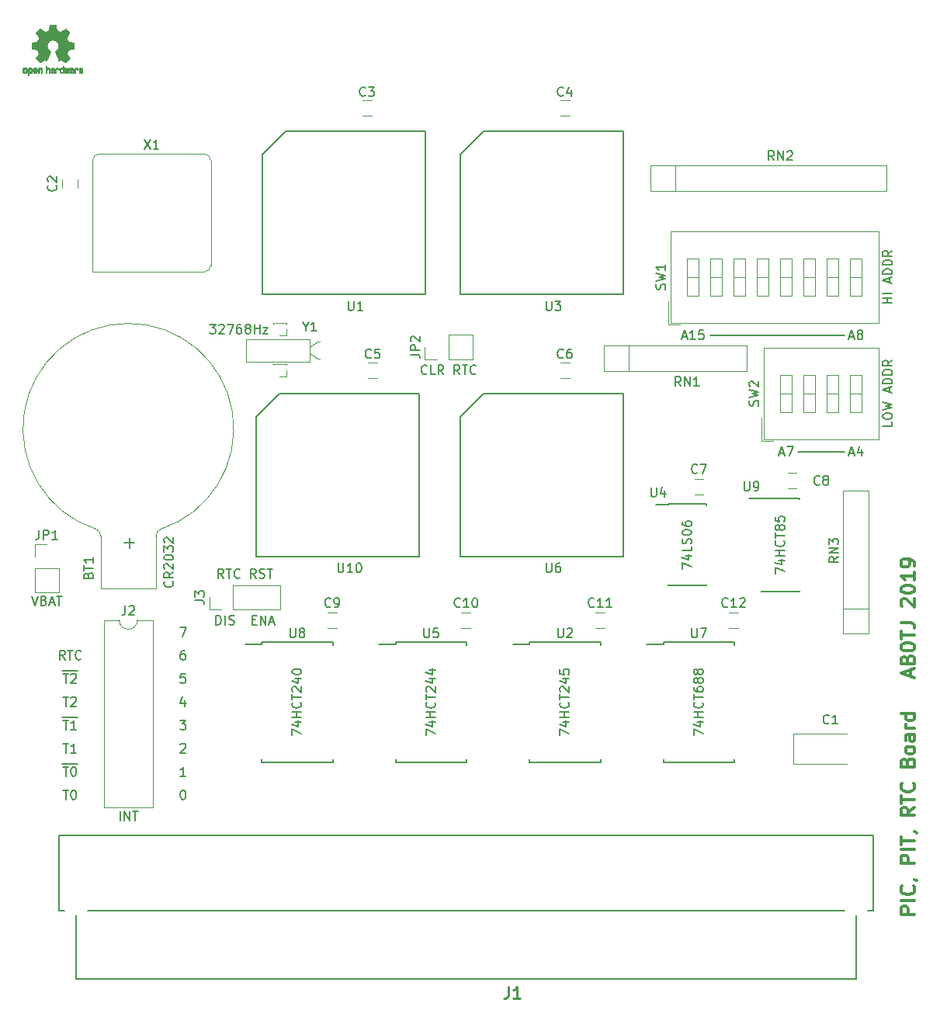
<source format=gbr>
G04 #@! TF.GenerationSoftware,KiCad,Pcbnew,(5.0.2)-1*
G04 #@! TF.CreationDate,2019-01-03T08:26:54-07:00*
G04 #@! TF.ProjectId,PPR Board,50505220-426f-4617-9264-2e6b69636164,rev?*
G04 #@! TF.SameCoordinates,Original*
G04 #@! TF.FileFunction,Legend,Top*
G04 #@! TF.FilePolarity,Positive*
%FSLAX46Y46*%
G04 Gerber Fmt 4.6, Leading zero omitted, Abs format (unit mm)*
G04 Created by KiCad (PCBNEW (5.0.2)-1) date 1/3/2019 8:26:54 AM*
%MOMM*%
%LPD*%
G01*
G04 APERTURE LIST*
%ADD10C,0.200000*%
%ADD11C,0.150000*%
%ADD12C,0.300000*%
%ADD13C,0.120000*%
%ADD14C,0.152400*%
%ADD15C,0.010000*%
%ADD16C,0.254000*%
G04 APERTURE END LIST*
D10*
X96520000Y-55245000D02*
X111125000Y-55245000D01*
D11*
X111680714Y-55411666D02*
X112156904Y-55411666D01*
X111585476Y-55697380D02*
X111918809Y-54697380D01*
X112252142Y-55697380D01*
X112728333Y-55125952D02*
X112633095Y-55078333D01*
X112585476Y-55030714D01*
X112537857Y-54935476D01*
X112537857Y-54887857D01*
X112585476Y-54792619D01*
X112633095Y-54745000D01*
X112728333Y-54697380D01*
X112918809Y-54697380D01*
X113014047Y-54745000D01*
X113061666Y-54792619D01*
X113109285Y-54887857D01*
X113109285Y-54935476D01*
X113061666Y-55030714D01*
X113014047Y-55078333D01*
X112918809Y-55125952D01*
X112728333Y-55125952D01*
X112633095Y-55173571D01*
X112585476Y-55221190D01*
X112537857Y-55316428D01*
X112537857Y-55506904D01*
X112585476Y-55602142D01*
X112633095Y-55649761D01*
X112728333Y-55697380D01*
X112918809Y-55697380D01*
X113014047Y-55649761D01*
X113061666Y-55602142D01*
X113109285Y-55506904D01*
X113109285Y-55316428D01*
X113061666Y-55221190D01*
X113014047Y-55173571D01*
X112918809Y-55125952D01*
X93424523Y-55411666D02*
X93900714Y-55411666D01*
X93329285Y-55697380D02*
X93662619Y-54697380D01*
X93995952Y-55697380D01*
X94853095Y-55697380D02*
X94281666Y-55697380D01*
X94567380Y-55697380D02*
X94567380Y-54697380D01*
X94472142Y-54840238D01*
X94376904Y-54935476D01*
X94281666Y-54983095D01*
X95757857Y-54697380D02*
X95281666Y-54697380D01*
X95234047Y-55173571D01*
X95281666Y-55125952D01*
X95376904Y-55078333D01*
X95615000Y-55078333D01*
X95710238Y-55125952D01*
X95757857Y-55173571D01*
X95805476Y-55268809D01*
X95805476Y-55506904D01*
X95757857Y-55602142D01*
X95710238Y-55649761D01*
X95615000Y-55697380D01*
X95376904Y-55697380D01*
X95281666Y-55649761D01*
X95234047Y-55602142D01*
D10*
X106045000Y-67945000D02*
X111125000Y-67945000D01*
D11*
X111680714Y-68111666D02*
X112156904Y-68111666D01*
X111585476Y-68397380D02*
X111918809Y-67397380D01*
X112252142Y-68397380D01*
X113014047Y-67730714D02*
X113014047Y-68397380D01*
X112775952Y-67349761D02*
X112537857Y-68064047D01*
X113156904Y-68064047D01*
X104060714Y-68111666D02*
X104536904Y-68111666D01*
X103965476Y-68397380D02*
X104298809Y-67397380D01*
X104632142Y-68397380D01*
X104870238Y-67397380D02*
X105536904Y-67397380D01*
X105108333Y-68397380D01*
D12*
X118788571Y-118381428D02*
X117288571Y-118381428D01*
X117288571Y-117810000D01*
X117360000Y-117667142D01*
X117431428Y-117595714D01*
X117574285Y-117524285D01*
X117788571Y-117524285D01*
X117931428Y-117595714D01*
X118002857Y-117667142D01*
X118074285Y-117810000D01*
X118074285Y-118381428D01*
X118788571Y-116881428D02*
X117288571Y-116881428D01*
X118645714Y-115310000D02*
X118717142Y-115381428D01*
X118788571Y-115595714D01*
X118788571Y-115738571D01*
X118717142Y-115952857D01*
X118574285Y-116095714D01*
X118431428Y-116167142D01*
X118145714Y-116238571D01*
X117931428Y-116238571D01*
X117645714Y-116167142D01*
X117502857Y-116095714D01*
X117360000Y-115952857D01*
X117288571Y-115738571D01*
X117288571Y-115595714D01*
X117360000Y-115381428D01*
X117431428Y-115310000D01*
X118717142Y-114595714D02*
X118788571Y-114595714D01*
X118931428Y-114667142D01*
X119002857Y-114738571D01*
X118788571Y-112810000D02*
X117288571Y-112810000D01*
X117288571Y-112238571D01*
X117360000Y-112095714D01*
X117431428Y-112024285D01*
X117574285Y-111952857D01*
X117788571Y-111952857D01*
X117931428Y-112024285D01*
X118002857Y-112095714D01*
X118074285Y-112238571D01*
X118074285Y-112810000D01*
X118788571Y-111310000D02*
X117288571Y-111310000D01*
X117288571Y-110810000D02*
X117288571Y-109952857D01*
X118788571Y-110381428D02*
X117288571Y-110381428D01*
X118717142Y-109381428D02*
X118788571Y-109381428D01*
X118931428Y-109452857D01*
X119002857Y-109524285D01*
X118788571Y-106738571D02*
X118074285Y-107238571D01*
X118788571Y-107595714D02*
X117288571Y-107595714D01*
X117288571Y-107024285D01*
X117360000Y-106881428D01*
X117431428Y-106810000D01*
X117574285Y-106738571D01*
X117788571Y-106738571D01*
X117931428Y-106810000D01*
X118002857Y-106881428D01*
X118074285Y-107024285D01*
X118074285Y-107595714D01*
X117288571Y-106310000D02*
X117288571Y-105452857D01*
X118788571Y-105881428D02*
X117288571Y-105881428D01*
X118645714Y-104095714D02*
X118717142Y-104167142D01*
X118788571Y-104381428D01*
X118788571Y-104524285D01*
X118717142Y-104738571D01*
X118574285Y-104881428D01*
X118431428Y-104952857D01*
X118145714Y-105024285D01*
X117931428Y-105024285D01*
X117645714Y-104952857D01*
X117502857Y-104881428D01*
X117360000Y-104738571D01*
X117288571Y-104524285D01*
X117288571Y-104381428D01*
X117360000Y-104167142D01*
X117431428Y-104095714D01*
X118002857Y-101810000D02*
X118074285Y-101595714D01*
X118145714Y-101524285D01*
X118288571Y-101452857D01*
X118502857Y-101452857D01*
X118645714Y-101524285D01*
X118717142Y-101595714D01*
X118788571Y-101738571D01*
X118788571Y-102310000D01*
X117288571Y-102310000D01*
X117288571Y-101810000D01*
X117360000Y-101667142D01*
X117431428Y-101595714D01*
X117574285Y-101524285D01*
X117717142Y-101524285D01*
X117860000Y-101595714D01*
X117931428Y-101667142D01*
X118002857Y-101810000D01*
X118002857Y-102310000D01*
X118788571Y-100595714D02*
X118717142Y-100738571D01*
X118645714Y-100810000D01*
X118502857Y-100881428D01*
X118074285Y-100881428D01*
X117931428Y-100810000D01*
X117860000Y-100738571D01*
X117788571Y-100595714D01*
X117788571Y-100381428D01*
X117860000Y-100238571D01*
X117931428Y-100167142D01*
X118074285Y-100095714D01*
X118502857Y-100095714D01*
X118645714Y-100167142D01*
X118717142Y-100238571D01*
X118788571Y-100381428D01*
X118788571Y-100595714D01*
X118788571Y-98810000D02*
X118002857Y-98810000D01*
X117860000Y-98881428D01*
X117788571Y-99024285D01*
X117788571Y-99310000D01*
X117860000Y-99452857D01*
X118717142Y-98810000D02*
X118788571Y-98952857D01*
X118788571Y-99310000D01*
X118717142Y-99452857D01*
X118574285Y-99524285D01*
X118431428Y-99524285D01*
X118288571Y-99452857D01*
X118217142Y-99310000D01*
X118217142Y-98952857D01*
X118145714Y-98810000D01*
X118788571Y-98095714D02*
X117788571Y-98095714D01*
X118074285Y-98095714D02*
X117931428Y-98024285D01*
X117860000Y-97952857D01*
X117788571Y-97810000D01*
X117788571Y-97667142D01*
X118788571Y-96524285D02*
X117288571Y-96524285D01*
X118717142Y-96524285D02*
X118788571Y-96667142D01*
X118788571Y-96952857D01*
X118717142Y-97095714D01*
X118645714Y-97167142D01*
X118502857Y-97238571D01*
X118074285Y-97238571D01*
X117931428Y-97167142D01*
X117860000Y-97095714D01*
X117788571Y-96952857D01*
X117788571Y-96667142D01*
X117860000Y-96524285D01*
X118360000Y-92452857D02*
X118360000Y-91738571D01*
X118788571Y-92595714D02*
X117288571Y-92095714D01*
X118788571Y-91595714D01*
X118002857Y-90595714D02*
X118074285Y-90381428D01*
X118145714Y-90310000D01*
X118288571Y-90238571D01*
X118502857Y-90238571D01*
X118645714Y-90310000D01*
X118717142Y-90381428D01*
X118788571Y-90524285D01*
X118788571Y-91095714D01*
X117288571Y-91095714D01*
X117288571Y-90595714D01*
X117360000Y-90452857D01*
X117431428Y-90381428D01*
X117574285Y-90310000D01*
X117717142Y-90310000D01*
X117860000Y-90381428D01*
X117931428Y-90452857D01*
X118002857Y-90595714D01*
X118002857Y-91095714D01*
X117288571Y-89310000D02*
X117288571Y-89167142D01*
X117360000Y-89024285D01*
X117431428Y-88952857D01*
X117574285Y-88881428D01*
X117860000Y-88810000D01*
X118217142Y-88810000D01*
X118502857Y-88881428D01*
X118645714Y-88952857D01*
X118717142Y-89024285D01*
X118788571Y-89167142D01*
X118788571Y-89310000D01*
X118717142Y-89452857D01*
X118645714Y-89524285D01*
X118502857Y-89595714D01*
X118217142Y-89667142D01*
X117860000Y-89667142D01*
X117574285Y-89595714D01*
X117431428Y-89524285D01*
X117360000Y-89452857D01*
X117288571Y-89310000D01*
X117288571Y-88381428D02*
X117288571Y-87524285D01*
X118788571Y-87952857D02*
X117288571Y-87952857D01*
X117288571Y-86595714D02*
X118360000Y-86595714D01*
X118574285Y-86667142D01*
X118717142Y-86810000D01*
X118788571Y-87024285D01*
X118788571Y-87167142D01*
X117431428Y-84810000D02*
X117360000Y-84738571D01*
X117288571Y-84595714D01*
X117288571Y-84238571D01*
X117360000Y-84095714D01*
X117431428Y-84024285D01*
X117574285Y-83952857D01*
X117717142Y-83952857D01*
X117931428Y-84024285D01*
X118788571Y-84881428D01*
X118788571Y-83952857D01*
X117288571Y-83024285D02*
X117288571Y-82881428D01*
X117360000Y-82738571D01*
X117431428Y-82667142D01*
X117574285Y-82595714D01*
X117860000Y-82524285D01*
X118217142Y-82524285D01*
X118502857Y-82595714D01*
X118645714Y-82667142D01*
X118717142Y-82738571D01*
X118788571Y-82881428D01*
X118788571Y-83024285D01*
X118717142Y-83167142D01*
X118645714Y-83238571D01*
X118502857Y-83310000D01*
X118217142Y-83381428D01*
X117860000Y-83381428D01*
X117574285Y-83310000D01*
X117431428Y-83238571D01*
X117360000Y-83167142D01*
X117288571Y-83024285D01*
X118788571Y-81095714D02*
X118788571Y-81952857D01*
X118788571Y-81524285D02*
X117288571Y-81524285D01*
X117502857Y-81667142D01*
X117645714Y-81810000D01*
X117717142Y-81952857D01*
X118788571Y-80381428D02*
X118788571Y-80095714D01*
X118717142Y-79952857D01*
X118645714Y-79881428D01*
X118431428Y-79738571D01*
X118145714Y-79667142D01*
X117574285Y-79667142D01*
X117431428Y-79738571D01*
X117360000Y-79810000D01*
X117288571Y-79952857D01*
X117288571Y-80238571D01*
X117360000Y-80381428D01*
X117431428Y-80452857D01*
X117574285Y-80524285D01*
X117931428Y-80524285D01*
X118074285Y-80452857D01*
X118145714Y-80381428D01*
X118217142Y-80238571D01*
X118217142Y-79952857D01*
X118145714Y-79810000D01*
X118074285Y-79738571D01*
X117931428Y-79667142D01*
D11*
X26098571Y-90622380D02*
X25765238Y-90146190D01*
X25527142Y-90622380D02*
X25527142Y-89622380D01*
X25908095Y-89622380D01*
X26003333Y-89670000D01*
X26050952Y-89717619D01*
X26098571Y-89812857D01*
X26098571Y-89955714D01*
X26050952Y-90050952D01*
X26003333Y-90098571D01*
X25908095Y-90146190D01*
X25527142Y-90146190D01*
X26384285Y-89622380D02*
X26955714Y-89622380D01*
X26670000Y-90622380D02*
X26670000Y-89622380D01*
X27860476Y-90527142D02*
X27812857Y-90574761D01*
X27670000Y-90622380D01*
X27574761Y-90622380D01*
X27431904Y-90574761D01*
X27336666Y-90479523D01*
X27289047Y-90384285D01*
X27241428Y-90193809D01*
X27241428Y-90050952D01*
X27289047Y-89860476D01*
X27336666Y-89765238D01*
X27431904Y-89670000D01*
X27574761Y-89622380D01*
X27670000Y-89622380D01*
X27812857Y-89670000D01*
X27860476Y-89717619D01*
X25812857Y-91795000D02*
X26574761Y-91795000D01*
X25908095Y-92162380D02*
X26479523Y-92162380D01*
X26193809Y-93162380D02*
X26193809Y-92162380D01*
X26574761Y-91795000D02*
X27527142Y-91795000D01*
X26765238Y-92257619D02*
X26812857Y-92210000D01*
X26908095Y-92162380D01*
X27146190Y-92162380D01*
X27241428Y-92210000D01*
X27289047Y-92257619D01*
X27336666Y-92352857D01*
X27336666Y-92448095D01*
X27289047Y-92590952D01*
X26717619Y-93162380D01*
X27336666Y-93162380D01*
X25908095Y-94702380D02*
X26479523Y-94702380D01*
X26193809Y-95702380D02*
X26193809Y-94702380D01*
X26765238Y-94797619D02*
X26812857Y-94750000D01*
X26908095Y-94702380D01*
X27146190Y-94702380D01*
X27241428Y-94750000D01*
X27289047Y-94797619D01*
X27336666Y-94892857D01*
X27336666Y-94988095D01*
X27289047Y-95130952D01*
X26717619Y-95702380D01*
X27336666Y-95702380D01*
X25812857Y-96875000D02*
X26574761Y-96875000D01*
X25908095Y-97242380D02*
X26479523Y-97242380D01*
X26193809Y-98242380D02*
X26193809Y-97242380D01*
X26574761Y-96875000D02*
X27527142Y-96875000D01*
X27336666Y-98242380D02*
X26765238Y-98242380D01*
X27050952Y-98242380D02*
X27050952Y-97242380D01*
X26955714Y-97385238D01*
X26860476Y-97480476D01*
X26765238Y-97528095D01*
X25908095Y-99782380D02*
X26479523Y-99782380D01*
X26193809Y-100782380D02*
X26193809Y-99782380D01*
X27336666Y-100782380D02*
X26765238Y-100782380D01*
X27050952Y-100782380D02*
X27050952Y-99782380D01*
X26955714Y-99925238D01*
X26860476Y-100020476D01*
X26765238Y-100068095D01*
X25812857Y-101955000D02*
X26574761Y-101955000D01*
X25908095Y-102322380D02*
X26479523Y-102322380D01*
X26193809Y-103322380D02*
X26193809Y-102322380D01*
X26574761Y-101955000D02*
X27527142Y-101955000D01*
X27003333Y-102322380D02*
X27098571Y-102322380D01*
X27193809Y-102370000D01*
X27241428Y-102417619D01*
X27289047Y-102512857D01*
X27336666Y-102703333D01*
X27336666Y-102941428D01*
X27289047Y-103131904D01*
X27241428Y-103227142D01*
X27193809Y-103274761D01*
X27098571Y-103322380D01*
X27003333Y-103322380D01*
X26908095Y-103274761D01*
X26860476Y-103227142D01*
X26812857Y-103131904D01*
X26765238Y-102941428D01*
X26765238Y-102703333D01*
X26812857Y-102512857D01*
X26860476Y-102417619D01*
X26908095Y-102370000D01*
X27003333Y-102322380D01*
X25908095Y-104862380D02*
X26479523Y-104862380D01*
X26193809Y-105862380D02*
X26193809Y-104862380D01*
X27003333Y-104862380D02*
X27098571Y-104862380D01*
X27193809Y-104910000D01*
X27241428Y-104957619D01*
X27289047Y-105052857D01*
X27336666Y-105243333D01*
X27336666Y-105481428D01*
X27289047Y-105671904D01*
X27241428Y-105767142D01*
X27193809Y-105814761D01*
X27098571Y-105862380D01*
X27003333Y-105862380D01*
X26908095Y-105814761D01*
X26860476Y-105767142D01*
X26812857Y-105671904D01*
X26765238Y-105481428D01*
X26765238Y-105243333D01*
X26812857Y-105052857D01*
X26860476Y-104957619D01*
X26908095Y-104910000D01*
X27003333Y-104862380D01*
X38941380Y-104862380D02*
X39036619Y-104862380D01*
X39131857Y-104910000D01*
X39179476Y-104957619D01*
X39227095Y-105052857D01*
X39274714Y-105243333D01*
X39274714Y-105481428D01*
X39227095Y-105671904D01*
X39179476Y-105767142D01*
X39131857Y-105814761D01*
X39036619Y-105862380D01*
X38941380Y-105862380D01*
X38846142Y-105814761D01*
X38798523Y-105767142D01*
X38750904Y-105671904D01*
X38703285Y-105481428D01*
X38703285Y-105243333D01*
X38750904Y-105052857D01*
X38798523Y-104957619D01*
X38846142Y-104910000D01*
X38941380Y-104862380D01*
X39274714Y-103322380D02*
X38703285Y-103322380D01*
X38989000Y-103322380D02*
X38989000Y-102322380D01*
X38893761Y-102465238D01*
X38798523Y-102560476D01*
X38703285Y-102608095D01*
X38703285Y-99877619D02*
X38750904Y-99830000D01*
X38846142Y-99782380D01*
X39084238Y-99782380D01*
X39179476Y-99830000D01*
X39227095Y-99877619D01*
X39274714Y-99972857D01*
X39274714Y-100068095D01*
X39227095Y-100210952D01*
X38655666Y-100782380D01*
X39274714Y-100782380D01*
X38655666Y-97242380D02*
X39274714Y-97242380D01*
X38941380Y-97623333D01*
X39084238Y-97623333D01*
X39179476Y-97670952D01*
X39227095Y-97718571D01*
X39274714Y-97813809D01*
X39274714Y-98051904D01*
X39227095Y-98147142D01*
X39179476Y-98194761D01*
X39084238Y-98242380D01*
X38798523Y-98242380D01*
X38703285Y-98194761D01*
X38655666Y-98147142D01*
X39179476Y-95035714D02*
X39179476Y-95702380D01*
X38941380Y-94654761D02*
X38703285Y-95369047D01*
X39322333Y-95369047D01*
X39227095Y-92162380D02*
X38750904Y-92162380D01*
X38703285Y-92638571D01*
X38750904Y-92590952D01*
X38846142Y-92543333D01*
X39084238Y-92543333D01*
X39179476Y-92590952D01*
X39227095Y-92638571D01*
X39274714Y-92733809D01*
X39274714Y-92971904D01*
X39227095Y-93067142D01*
X39179476Y-93114761D01*
X39084238Y-93162380D01*
X38846142Y-93162380D01*
X38750904Y-93114761D01*
X38703285Y-93067142D01*
X39179476Y-89622380D02*
X38989000Y-89622380D01*
X38893761Y-89670000D01*
X38846142Y-89717619D01*
X38750904Y-89860476D01*
X38703285Y-90050952D01*
X38703285Y-90431904D01*
X38750904Y-90527142D01*
X38798523Y-90574761D01*
X38893761Y-90622380D01*
X39084238Y-90622380D01*
X39179476Y-90574761D01*
X39227095Y-90527142D01*
X39274714Y-90431904D01*
X39274714Y-90193809D01*
X39227095Y-90098571D01*
X39179476Y-90050952D01*
X39084238Y-90003333D01*
X38893761Y-90003333D01*
X38798523Y-90050952D01*
X38750904Y-90098571D01*
X38703285Y-90193809D01*
X38655666Y-87082380D02*
X39322333Y-87082380D01*
X38893761Y-88082380D01*
X42577142Y-86812380D02*
X42577142Y-85812380D01*
X42815238Y-85812380D01*
X42958095Y-85860000D01*
X43053333Y-85955238D01*
X43100952Y-86050476D01*
X43148571Y-86240952D01*
X43148571Y-86383809D01*
X43100952Y-86574285D01*
X43053333Y-86669523D01*
X42958095Y-86764761D01*
X42815238Y-86812380D01*
X42577142Y-86812380D01*
X43577142Y-86812380D02*
X43577142Y-85812380D01*
X44005714Y-86764761D02*
X44148571Y-86812380D01*
X44386666Y-86812380D01*
X44481904Y-86764761D01*
X44529523Y-86717142D01*
X44577142Y-86621904D01*
X44577142Y-86526666D01*
X44529523Y-86431428D01*
X44481904Y-86383809D01*
X44386666Y-86336190D01*
X44196190Y-86288571D01*
X44100952Y-86240952D01*
X44053333Y-86193333D01*
X44005714Y-86098095D01*
X44005714Y-86002857D01*
X44053333Y-85907619D01*
X44100952Y-85860000D01*
X44196190Y-85812380D01*
X44434285Y-85812380D01*
X44577142Y-85860000D01*
X46529523Y-86288571D02*
X46862857Y-86288571D01*
X47005714Y-86812380D02*
X46529523Y-86812380D01*
X46529523Y-85812380D01*
X47005714Y-85812380D01*
X47434285Y-86812380D02*
X47434285Y-85812380D01*
X48005714Y-86812380D01*
X48005714Y-85812380D01*
X48434285Y-86526666D02*
X48910476Y-86526666D01*
X48339047Y-86812380D02*
X48672380Y-85812380D01*
X49005714Y-86812380D01*
D13*
G04 #@! TO.C,BT1*
X32974719Y-53949329D02*
G75*
G02X36520000Y-76395000I45281J-11495671D01*
G01*
X36546384Y-76393246D02*
G75*
G03X36020000Y-77145000I273616J-751754D01*
G01*
X33065281Y-53949329D02*
G75*
G03X29520000Y-76395000I-45281J-11495671D01*
G01*
X29493616Y-76393246D02*
G75*
G02X30020000Y-77145000I-273616J-751754D01*
G01*
X30020000Y-82845000D02*
X30020000Y-77145000D01*
X36020000Y-82845000D02*
X30020000Y-82845000D01*
X36020000Y-82845000D02*
X36020000Y-77145000D01*
G04 #@! TO.C,SW2*
X111760000Y-61595000D02*
X113030000Y-61595000D01*
X111760000Y-59565000D02*
X111760000Y-63625000D01*
X113030000Y-59565000D02*
X111760000Y-59565000D01*
X113030000Y-63625000D02*
X113030000Y-59565000D01*
X111760000Y-63625000D02*
X113030000Y-63625000D01*
X109220000Y-61595000D02*
X110490000Y-61595000D01*
X109220000Y-59565000D02*
X109220000Y-63625000D01*
X110490000Y-59565000D02*
X109220000Y-59565000D01*
X110490000Y-63625000D02*
X110490000Y-59565000D01*
X109220000Y-63625000D02*
X110490000Y-63625000D01*
X106680000Y-61595000D02*
X107950000Y-61595000D01*
X106680000Y-59565000D02*
X106680000Y-63625000D01*
X107950000Y-59565000D02*
X106680000Y-59565000D01*
X107950000Y-63625000D02*
X107950000Y-59565000D01*
X106680000Y-63625000D02*
X107950000Y-63625000D01*
X104140000Y-61595000D02*
X105410000Y-61595000D01*
X104140000Y-59565000D02*
X104140000Y-63625000D01*
X105410000Y-59565000D02*
X104140000Y-59565000D01*
X105410000Y-63625000D02*
X105410000Y-59565000D01*
X104140000Y-63625000D02*
X105410000Y-63625000D01*
X114875000Y-66605000D02*
X102295000Y-66605000D01*
X114875000Y-56585000D02*
X114875000Y-66605000D01*
X102295000Y-56585000D02*
X114875000Y-56585000D01*
X102295000Y-66605000D02*
X102295000Y-56585000D01*
X102095000Y-66805000D02*
X102095000Y-64265000D01*
X102095000Y-66805000D02*
X103365000Y-66805000D01*
G04 #@! TO.C,SW1*
X111760000Y-48895000D02*
X113030000Y-48895000D01*
X111760000Y-46865000D02*
X111760000Y-50925000D01*
X113030000Y-46865000D02*
X111760000Y-46865000D01*
X113030000Y-50925000D02*
X113030000Y-46865000D01*
X111760000Y-50925000D02*
X113030000Y-50925000D01*
X109220000Y-48895000D02*
X110490000Y-48895000D01*
X109220000Y-46865000D02*
X109220000Y-50925000D01*
X110490000Y-46865000D02*
X109220000Y-46865000D01*
X110490000Y-50925000D02*
X110490000Y-46865000D01*
X109220000Y-50925000D02*
X110490000Y-50925000D01*
X106680000Y-48895000D02*
X107950000Y-48895000D01*
X106680000Y-46865000D02*
X106680000Y-50925000D01*
X107950000Y-46865000D02*
X106680000Y-46865000D01*
X107950000Y-50925000D02*
X107950000Y-46865000D01*
X106680000Y-50925000D02*
X107950000Y-50925000D01*
X104140000Y-48895000D02*
X105410000Y-48895000D01*
X104140000Y-46865000D02*
X104140000Y-50925000D01*
X105410000Y-46865000D02*
X104140000Y-46865000D01*
X105410000Y-50925000D02*
X105410000Y-46865000D01*
X104140000Y-50925000D02*
X105410000Y-50925000D01*
X101600000Y-48895000D02*
X102870000Y-48895000D01*
X101600000Y-46865000D02*
X101600000Y-50925000D01*
X102870000Y-46865000D02*
X101600000Y-46865000D01*
X102870000Y-50925000D02*
X102870000Y-46865000D01*
X101600000Y-50925000D02*
X102870000Y-50925000D01*
X99060000Y-48895000D02*
X100330000Y-48895000D01*
X99060000Y-46865000D02*
X99060000Y-50925000D01*
X100330000Y-46865000D02*
X99060000Y-46865000D01*
X100330000Y-50925000D02*
X100330000Y-46865000D01*
X99060000Y-50925000D02*
X100330000Y-50925000D01*
X96520000Y-48895000D02*
X97790000Y-48895000D01*
X96520000Y-46865000D02*
X96520000Y-50925000D01*
X97790000Y-46865000D02*
X96520000Y-46865000D01*
X97790000Y-50925000D02*
X97790000Y-46865000D01*
X96520000Y-50925000D02*
X97790000Y-50925000D01*
X93980000Y-48895000D02*
X95250000Y-48895000D01*
X93980000Y-46865000D02*
X93980000Y-50925000D01*
X95250000Y-46865000D02*
X93980000Y-46865000D01*
X95250000Y-50925000D02*
X95250000Y-46865000D01*
X93980000Y-50925000D02*
X95250000Y-50925000D01*
X114875000Y-53905000D02*
X92135000Y-53905000D01*
X114875000Y-43885000D02*
X114875000Y-53905000D01*
X92135000Y-43885000D02*
X114875000Y-43885000D01*
X92135000Y-53905000D02*
X92135000Y-43885000D01*
X91935000Y-54105000D02*
X91935000Y-51565000D01*
X91935000Y-54105000D02*
X93205000Y-54105000D01*
G04 #@! TO.C,C7*
X95770000Y-70905000D02*
X94770000Y-70905000D01*
X94770000Y-72605000D02*
X95770000Y-72605000D01*
G04 #@! TO.C,C2*
X27520000Y-39215000D02*
X27520000Y-38215000D01*
X25820000Y-38215000D02*
X25820000Y-39215000D01*
G04 #@! TO.C,C3*
X58535000Y-31330000D02*
X59535000Y-31330000D01*
X59535000Y-29630000D02*
X58535000Y-29630000D01*
G04 #@! TO.C,C4*
X81125000Y-29630000D02*
X80125000Y-29630000D01*
X80125000Y-31330000D02*
X81125000Y-31330000D01*
G04 #@! TO.C,C5*
X59170000Y-59905000D02*
X60170000Y-59905000D01*
X60170000Y-58205000D02*
X59170000Y-58205000D01*
G04 #@! TO.C,C8*
X104930000Y-71970000D02*
X105930000Y-71970000D01*
X105930000Y-70270000D02*
X104930000Y-70270000D01*
G04 #@! TO.C,C9*
X55765000Y-85510000D02*
X54765000Y-85510000D01*
X54765000Y-87210000D02*
X55765000Y-87210000D01*
G04 #@! TO.C,C10*
X69330000Y-87210000D02*
X70330000Y-87210000D01*
X70330000Y-85510000D02*
X69330000Y-85510000D01*
G04 #@! TO.C,C11*
X84975000Y-85510000D02*
X83975000Y-85510000D01*
X83975000Y-87210000D02*
X84975000Y-87210000D01*
G04 #@! TO.C,C12*
X98540000Y-87210000D02*
X99540000Y-87210000D01*
X99540000Y-85510000D02*
X98540000Y-85510000D01*
G04 #@! TO.C,C6*
X80125000Y-59905000D02*
X81125000Y-59905000D01*
X81125000Y-58205000D02*
X80125000Y-58205000D01*
G04 #@! TO.C,C1*
X105560000Y-98680000D02*
X105560000Y-101980000D01*
X105560000Y-101980000D02*
X111360000Y-101980000D01*
X105560000Y-98680000D02*
X111360000Y-98680000D01*
G04 #@! TO.C,Y1*
X53682700Y-57827200D02*
X53882700Y-57827200D01*
X52782700Y-57227200D02*
X53682700Y-57827200D01*
X53682700Y-55927200D02*
X53882700Y-55927200D01*
X52782700Y-56527200D02*
X53682700Y-55927200D01*
X52782700Y-58107200D02*
X52782700Y-55647200D01*
X45882700Y-58107200D02*
X52782700Y-58107200D01*
X45882700Y-55647200D02*
X45882700Y-58107200D01*
X52782700Y-55647200D02*
X45882700Y-55647200D01*
G04 #@! TO.C,J2*
X35670000Y-86300000D02*
X34020000Y-86300000D01*
X35670000Y-106740000D02*
X35670000Y-86300000D01*
X30370000Y-106740000D02*
X35670000Y-106740000D01*
X30370000Y-86300000D02*
X30370000Y-106740000D01*
X32020000Y-86300000D02*
X30370000Y-86300000D01*
X34020000Y-86300000D02*
G75*
G02X32020000Y-86300000I-1000000J0D01*
G01*
D11*
G04 #@! TO.C,U4*
X91905000Y-73680000D02*
X90530000Y-73680000D01*
X91905000Y-82555000D02*
X96055000Y-82555000D01*
X91905000Y-73655000D02*
X96055000Y-73655000D01*
X91905000Y-82555000D02*
X91905000Y-82440000D01*
X96055000Y-82555000D02*
X96055000Y-82440000D01*
X96055000Y-73655000D02*
X96055000Y-73770000D01*
X91905000Y-73655000D02*
X91905000Y-73680000D01*
G04 #@! TO.C,U9*
X102065000Y-73055000D02*
X100690000Y-73055000D01*
X102065000Y-83180000D02*
X106215000Y-83180000D01*
X102065000Y-73030000D02*
X106215000Y-73030000D01*
X102065000Y-83180000D02*
X102065000Y-83075000D01*
X106215000Y-83180000D02*
X106215000Y-83075000D01*
X106215000Y-73030000D02*
X106215000Y-73135000D01*
X102065000Y-73030000D02*
X102065000Y-73055000D01*
G04 #@! TO.C,U8*
X47560000Y-88675000D02*
X47560000Y-88925000D01*
X55310000Y-88675000D02*
X55310000Y-89010000D01*
X55310000Y-101825000D02*
X55310000Y-101490000D01*
X47560000Y-101825000D02*
X47560000Y-101490000D01*
X47560000Y-88675000D02*
X55310000Y-88675000D01*
X47560000Y-101825000D02*
X55310000Y-101825000D01*
X47560000Y-88925000D02*
X45760000Y-88925000D01*
G04 #@! TO.C,U7*
X91375000Y-88925000D02*
X89575000Y-88925000D01*
X91375000Y-101825000D02*
X99125000Y-101825000D01*
X91375000Y-88675000D02*
X99125000Y-88675000D01*
X91375000Y-101825000D02*
X91375000Y-101490000D01*
X99125000Y-101825000D02*
X99125000Y-101490000D01*
X99125000Y-88675000D02*
X99125000Y-89010000D01*
X91375000Y-88675000D02*
X91375000Y-88925000D01*
G04 #@! TO.C,U2*
X76770000Y-88675000D02*
X76770000Y-88925000D01*
X84520000Y-88675000D02*
X84520000Y-89010000D01*
X84520000Y-101825000D02*
X84520000Y-101490000D01*
X76770000Y-101825000D02*
X76770000Y-101490000D01*
X76770000Y-88675000D02*
X84520000Y-88675000D01*
X76770000Y-101825000D02*
X84520000Y-101825000D01*
X76770000Y-88925000D02*
X74970000Y-88925000D01*
G04 #@! TO.C,U5*
X62165000Y-88925000D02*
X60365000Y-88925000D01*
X62165000Y-101825000D02*
X69915000Y-101825000D01*
X62165000Y-88675000D02*
X69915000Y-88675000D01*
X62165000Y-101825000D02*
X62165000Y-101490000D01*
X69915000Y-101825000D02*
X69915000Y-101490000D01*
X69915000Y-88675000D02*
X69915000Y-89010000D01*
X62165000Y-88675000D02*
X62165000Y-88925000D01*
D13*
G04 #@! TO.C,X1*
X29860000Y-35460000D02*
G75*
G03X29110000Y-36210000I0J-750000D01*
G01*
X42010000Y-36210000D02*
G75*
G03X41260000Y-35460000I-750000J0D01*
G01*
X41260000Y-48360000D02*
G75*
G03X42010000Y-47610000I0J750000D01*
G01*
X29110000Y-48360000D02*
X41260000Y-48360000D01*
X42010000Y-47610000D02*
X42010000Y-36210000D01*
X41260000Y-35460000D02*
X29860000Y-35460000D01*
X29110000Y-36210000D02*
X29110000Y-48360000D01*
G04 #@! TO.C,J5*
X50225000Y-53925000D02*
X48835000Y-53925000D01*
X50225000Y-53925000D02*
X50225000Y-54050000D01*
X48835000Y-53925000D02*
X48835000Y-54050000D01*
X50225000Y-53925000D02*
X50138276Y-53925000D01*
X48921724Y-53925000D02*
X48835000Y-53925000D01*
X50225000Y-54610000D02*
X50225000Y-55295000D01*
X50225000Y-55295000D02*
X49530000Y-55295000D01*
G04 #@! TO.C,J4*
X50225000Y-59740000D02*
X49530000Y-59740000D01*
X50225000Y-59055000D02*
X50225000Y-59740000D01*
X48921724Y-58370000D02*
X48835000Y-58370000D01*
X50225000Y-58370000D02*
X50138276Y-58370000D01*
X48835000Y-58370000D02*
X48835000Y-58495000D01*
X50225000Y-58370000D02*
X50225000Y-58495000D01*
X50225000Y-58370000D02*
X48835000Y-58370000D01*
G04 #@! TO.C,JP2*
X70545000Y-57845000D02*
X70545000Y-55185000D01*
X67945000Y-57845000D02*
X70545000Y-57845000D01*
X67945000Y-55185000D02*
X70545000Y-55185000D01*
X67945000Y-57845000D02*
X67945000Y-55185000D01*
X66675000Y-57845000D02*
X65345000Y-57845000D01*
X65345000Y-57845000D02*
X65345000Y-56515000D01*
G04 #@! TO.C,JP1*
X22800000Y-78045000D02*
X24130000Y-78045000D01*
X22800000Y-79375000D02*
X22800000Y-78045000D01*
X22800000Y-80645000D02*
X25460000Y-80645000D01*
X25460000Y-80645000D02*
X25460000Y-83245000D01*
X22800000Y-80645000D02*
X22800000Y-83245000D01*
X22800000Y-83245000D02*
X25460000Y-83245000D01*
G04 #@! TO.C,J3*
X41850000Y-85150000D02*
X41850000Y-83820000D01*
X43180000Y-85150000D02*
X41850000Y-85150000D01*
X44450000Y-85150000D02*
X44450000Y-82490000D01*
X44450000Y-82490000D02*
X49590000Y-82490000D01*
X44450000Y-85150000D02*
X49590000Y-85150000D01*
X49590000Y-85150000D02*
X49590000Y-82490000D01*
G04 #@! TO.C,RN2*
X92710000Y-36700000D02*
X92710000Y-39500000D01*
X115740000Y-36700000D02*
X90000000Y-36700000D01*
X115740000Y-39500000D02*
X115740000Y-36700000D01*
X90000000Y-39500000D02*
X115740000Y-39500000D01*
X90000000Y-36700000D02*
X90000000Y-39500000D01*
G04 #@! TO.C,RN3*
X110995000Y-87800000D02*
X113795000Y-87800000D01*
X113795000Y-87800000D02*
X113795000Y-72220000D01*
X113795000Y-72220000D02*
X110995000Y-72220000D01*
X110995000Y-72220000D02*
X110995000Y-87800000D01*
X110995000Y-85090000D02*
X113795000Y-85090000D01*
G04 #@! TO.C,RN1*
X87630000Y-56385000D02*
X87630000Y-59185000D01*
X100500000Y-56385000D02*
X84920000Y-56385000D01*
X100500000Y-59185000D02*
X100500000Y-56385000D01*
X84920000Y-59185000D02*
X100500000Y-59185000D01*
X84920000Y-56385000D02*
X84920000Y-59185000D01*
D14*
G04 #@! TO.C,J1*
X113639600Y-117983000D02*
X114249200Y-117983000D01*
X114249200Y-109753400D02*
X25450800Y-109753400D01*
X25450800Y-109753400D02*
X25450800Y-117983000D01*
X25450800Y-117983000D02*
X26060400Y-117983000D01*
X114249200Y-117983000D02*
X114249200Y-109753400D01*
X111150400Y-117983000D02*
X28549600Y-117983000D01*
X27305000Y-118541800D02*
X27305000Y-125476000D01*
X27305000Y-125476000D02*
X112395000Y-125476000D01*
X112395000Y-125476000D02*
X112395000Y-118541800D01*
D11*
G04 #@! TO.C,U3*
X71755000Y-33020000D02*
X69215000Y-35560000D01*
X69215000Y-35560000D02*
X69215000Y-50800000D01*
X69215000Y-50800000D02*
X86995000Y-50800000D01*
X86995000Y-50800000D02*
X86995000Y-33020000D01*
X86995000Y-33020000D02*
X71755000Y-33020000D01*
G04 #@! TO.C,U6*
X86995000Y-61595000D02*
X71755000Y-61595000D01*
X86995000Y-79375000D02*
X86995000Y-61595000D01*
X69215000Y-79375000D02*
X86995000Y-79375000D01*
X69215000Y-64135000D02*
X69215000Y-79375000D01*
X71755000Y-61595000D02*
X69215000Y-64135000D01*
G04 #@! TO.C,U1*
X50165000Y-33020000D02*
X47625000Y-35560000D01*
X47625000Y-35560000D02*
X47625000Y-50800000D01*
X47625000Y-50800000D02*
X65405000Y-50800000D01*
X65405000Y-50800000D02*
X65405000Y-33020000D01*
X65405000Y-33020000D02*
X50165000Y-33020000D01*
G04 #@! TO.C,U10*
X64770000Y-61595000D02*
X49530000Y-61595000D01*
X64770000Y-79375000D02*
X64770000Y-61595000D01*
X46990000Y-79375000D02*
X64770000Y-79375000D01*
X46990000Y-64135000D02*
X46990000Y-79375000D01*
X49530000Y-61595000D02*
X46990000Y-64135000D01*
D15*
G04 #@! TO.C,REF\002A\002A\002A*
G36*
X22364744Y-26049918D02*
X22420201Y-26077568D01*
X22469148Y-26128480D01*
X22482629Y-26147338D01*
X22497314Y-26172015D01*
X22506842Y-26198816D01*
X22512293Y-26234587D01*
X22514747Y-26286169D01*
X22515286Y-26354267D01*
X22512852Y-26447588D01*
X22504394Y-26517657D01*
X22488174Y-26569931D01*
X22462454Y-26609869D01*
X22425497Y-26642929D01*
X22422782Y-26644886D01*
X22386360Y-26664908D01*
X22342502Y-26674815D01*
X22286724Y-26677257D01*
X22196048Y-26677257D01*
X22196010Y-26765283D01*
X22195166Y-26814308D01*
X22190024Y-26843065D01*
X22176587Y-26860311D01*
X22150858Y-26874808D01*
X22144679Y-26877769D01*
X22115764Y-26891648D01*
X22093376Y-26900414D01*
X22076729Y-26901171D01*
X22065036Y-26891023D01*
X22057510Y-26867073D01*
X22053366Y-26826426D01*
X22051815Y-26766186D01*
X22052071Y-26683455D01*
X22053349Y-26575339D01*
X22053748Y-26543000D01*
X22055185Y-26431524D01*
X22056472Y-26358603D01*
X22195971Y-26358603D01*
X22196755Y-26420499D01*
X22200240Y-26460997D01*
X22208124Y-26487708D01*
X22222105Y-26508244D01*
X22231597Y-26518260D01*
X22270404Y-26547567D01*
X22304763Y-26549952D01*
X22340216Y-26525750D01*
X22341114Y-26524857D01*
X22355539Y-26506153D01*
X22364313Y-26480732D01*
X22368739Y-26441584D01*
X22370118Y-26381697D01*
X22370143Y-26368430D01*
X22366812Y-26285901D01*
X22355969Y-26228691D01*
X22336340Y-26193766D01*
X22306650Y-26178094D01*
X22289491Y-26176514D01*
X22248766Y-26183926D01*
X22220832Y-26208330D01*
X22204017Y-26252980D01*
X22196650Y-26321130D01*
X22195971Y-26358603D01*
X22056472Y-26358603D01*
X22056708Y-26345245D01*
X22058677Y-26280333D01*
X22061450Y-26232958D01*
X22065388Y-26199290D01*
X22070849Y-26175498D01*
X22078192Y-26157753D01*
X22087777Y-26142224D01*
X22091887Y-26136381D01*
X22146405Y-26081185D01*
X22215336Y-26049890D01*
X22295072Y-26041165D01*
X22364744Y-26049918D01*
X22364744Y-26049918D01*
G37*
X22364744Y-26049918D02*
X22420201Y-26077568D01*
X22469148Y-26128480D01*
X22482629Y-26147338D01*
X22497314Y-26172015D01*
X22506842Y-26198816D01*
X22512293Y-26234587D01*
X22514747Y-26286169D01*
X22515286Y-26354267D01*
X22512852Y-26447588D01*
X22504394Y-26517657D01*
X22488174Y-26569931D01*
X22462454Y-26609869D01*
X22425497Y-26642929D01*
X22422782Y-26644886D01*
X22386360Y-26664908D01*
X22342502Y-26674815D01*
X22286724Y-26677257D01*
X22196048Y-26677257D01*
X22196010Y-26765283D01*
X22195166Y-26814308D01*
X22190024Y-26843065D01*
X22176587Y-26860311D01*
X22150858Y-26874808D01*
X22144679Y-26877769D01*
X22115764Y-26891648D01*
X22093376Y-26900414D01*
X22076729Y-26901171D01*
X22065036Y-26891023D01*
X22057510Y-26867073D01*
X22053366Y-26826426D01*
X22051815Y-26766186D01*
X22052071Y-26683455D01*
X22053349Y-26575339D01*
X22053748Y-26543000D01*
X22055185Y-26431524D01*
X22056472Y-26358603D01*
X22195971Y-26358603D01*
X22196755Y-26420499D01*
X22200240Y-26460997D01*
X22208124Y-26487708D01*
X22222105Y-26508244D01*
X22231597Y-26518260D01*
X22270404Y-26547567D01*
X22304763Y-26549952D01*
X22340216Y-26525750D01*
X22341114Y-26524857D01*
X22355539Y-26506153D01*
X22364313Y-26480732D01*
X22368739Y-26441584D01*
X22370118Y-26381697D01*
X22370143Y-26368430D01*
X22366812Y-26285901D01*
X22355969Y-26228691D01*
X22336340Y-26193766D01*
X22306650Y-26178094D01*
X22289491Y-26176514D01*
X22248766Y-26183926D01*
X22220832Y-26208330D01*
X22204017Y-26252980D01*
X22196650Y-26321130D01*
X22195971Y-26358603D01*
X22056472Y-26358603D01*
X22056708Y-26345245D01*
X22058677Y-26280333D01*
X22061450Y-26232958D01*
X22065388Y-26199290D01*
X22070849Y-26175498D01*
X22078192Y-26157753D01*
X22087777Y-26142224D01*
X22091887Y-26136381D01*
X22146405Y-26081185D01*
X22215336Y-26049890D01*
X22295072Y-26041165D01*
X22364744Y-26049918D01*
G36*
X23481093Y-26057780D02*
X23527672Y-26084723D01*
X23560057Y-26111466D01*
X23583742Y-26139484D01*
X23600059Y-26173748D01*
X23610339Y-26219227D01*
X23615914Y-26280892D01*
X23618116Y-26363711D01*
X23618371Y-26423246D01*
X23618371Y-26642391D01*
X23556686Y-26670044D01*
X23495000Y-26697697D01*
X23487743Y-26457670D01*
X23484744Y-26368028D01*
X23481598Y-26302962D01*
X23477701Y-26258026D01*
X23472447Y-26228770D01*
X23465231Y-26210748D01*
X23455450Y-26199511D01*
X23452312Y-26197079D01*
X23404761Y-26178083D01*
X23356697Y-26185600D01*
X23328086Y-26205543D01*
X23316447Y-26219675D01*
X23308391Y-26238220D01*
X23303271Y-26266334D01*
X23300441Y-26309173D01*
X23299256Y-26371895D01*
X23299057Y-26437261D01*
X23299018Y-26519268D01*
X23297614Y-26577316D01*
X23292914Y-26616465D01*
X23282987Y-26641780D01*
X23265903Y-26658323D01*
X23239732Y-26671156D01*
X23204775Y-26684491D01*
X23166596Y-26699007D01*
X23171141Y-26441389D01*
X23172971Y-26348519D01*
X23175112Y-26279889D01*
X23178181Y-26230711D01*
X23182794Y-26196198D01*
X23189568Y-26171562D01*
X23199119Y-26152016D01*
X23210634Y-26134770D01*
X23266190Y-26079680D01*
X23333980Y-26047822D01*
X23407713Y-26040191D01*
X23481093Y-26057780D01*
X23481093Y-26057780D01*
G37*
X23481093Y-26057780D02*
X23527672Y-26084723D01*
X23560057Y-26111466D01*
X23583742Y-26139484D01*
X23600059Y-26173748D01*
X23610339Y-26219227D01*
X23615914Y-26280892D01*
X23618116Y-26363711D01*
X23618371Y-26423246D01*
X23618371Y-26642391D01*
X23556686Y-26670044D01*
X23495000Y-26697697D01*
X23487743Y-26457670D01*
X23484744Y-26368028D01*
X23481598Y-26302962D01*
X23477701Y-26258026D01*
X23472447Y-26228770D01*
X23465231Y-26210748D01*
X23455450Y-26199511D01*
X23452312Y-26197079D01*
X23404761Y-26178083D01*
X23356697Y-26185600D01*
X23328086Y-26205543D01*
X23316447Y-26219675D01*
X23308391Y-26238220D01*
X23303271Y-26266334D01*
X23300441Y-26309173D01*
X23299256Y-26371895D01*
X23299057Y-26437261D01*
X23299018Y-26519268D01*
X23297614Y-26577316D01*
X23292914Y-26616465D01*
X23282987Y-26641780D01*
X23265903Y-26658323D01*
X23239732Y-26671156D01*
X23204775Y-26684491D01*
X23166596Y-26699007D01*
X23171141Y-26441389D01*
X23172971Y-26348519D01*
X23175112Y-26279889D01*
X23178181Y-26230711D01*
X23182794Y-26196198D01*
X23189568Y-26171562D01*
X23199119Y-26152016D01*
X23210634Y-26134770D01*
X23266190Y-26079680D01*
X23333980Y-26047822D01*
X23407713Y-26040191D01*
X23481093Y-26057780D01*
G36*
X21806115Y-26051962D02*
X21874145Y-26087733D01*
X21924351Y-26145301D01*
X21942185Y-26182312D01*
X21956063Y-26237882D01*
X21963167Y-26308096D01*
X21963840Y-26384727D01*
X21958427Y-26459552D01*
X21947270Y-26524342D01*
X21930714Y-26570873D01*
X21925626Y-26578887D01*
X21865355Y-26638707D01*
X21793769Y-26674535D01*
X21716092Y-26685020D01*
X21637548Y-26668810D01*
X21615689Y-26659092D01*
X21573122Y-26629143D01*
X21535763Y-26589433D01*
X21532232Y-26584397D01*
X21517881Y-26560124D01*
X21508394Y-26534178D01*
X21502790Y-26500022D01*
X21500086Y-26451119D01*
X21499299Y-26380935D01*
X21499286Y-26365200D01*
X21499322Y-26360192D01*
X21644429Y-26360192D01*
X21645273Y-26426430D01*
X21648596Y-26470386D01*
X21655583Y-26498779D01*
X21667416Y-26518325D01*
X21673457Y-26524857D01*
X21708186Y-26549680D01*
X21741903Y-26548548D01*
X21775995Y-26527016D01*
X21796329Y-26504029D01*
X21808371Y-26470478D01*
X21815134Y-26417569D01*
X21815598Y-26411399D01*
X21816752Y-26315513D01*
X21804688Y-26244299D01*
X21779570Y-26198194D01*
X21741560Y-26177635D01*
X21727992Y-26176514D01*
X21692364Y-26182152D01*
X21667994Y-26201686D01*
X21653093Y-26239042D01*
X21645875Y-26298150D01*
X21644429Y-26360192D01*
X21499322Y-26360192D01*
X21499826Y-26290413D01*
X21502096Y-26238159D01*
X21507068Y-26201949D01*
X21515713Y-26175299D01*
X21529005Y-26151722D01*
X21531943Y-26147338D01*
X21581313Y-26088249D01*
X21635109Y-26053947D01*
X21700602Y-26040331D01*
X21722842Y-26039665D01*
X21806115Y-26051962D01*
X21806115Y-26051962D01*
G37*
X21806115Y-26051962D02*
X21874145Y-26087733D01*
X21924351Y-26145301D01*
X21942185Y-26182312D01*
X21956063Y-26237882D01*
X21963167Y-26308096D01*
X21963840Y-26384727D01*
X21958427Y-26459552D01*
X21947270Y-26524342D01*
X21930714Y-26570873D01*
X21925626Y-26578887D01*
X21865355Y-26638707D01*
X21793769Y-26674535D01*
X21716092Y-26685020D01*
X21637548Y-26668810D01*
X21615689Y-26659092D01*
X21573122Y-26629143D01*
X21535763Y-26589433D01*
X21532232Y-26584397D01*
X21517881Y-26560124D01*
X21508394Y-26534178D01*
X21502790Y-26500022D01*
X21500086Y-26451119D01*
X21499299Y-26380935D01*
X21499286Y-26365200D01*
X21499322Y-26360192D01*
X21644429Y-26360192D01*
X21645273Y-26426430D01*
X21648596Y-26470386D01*
X21655583Y-26498779D01*
X21667416Y-26518325D01*
X21673457Y-26524857D01*
X21708186Y-26549680D01*
X21741903Y-26548548D01*
X21775995Y-26527016D01*
X21796329Y-26504029D01*
X21808371Y-26470478D01*
X21815134Y-26417569D01*
X21815598Y-26411399D01*
X21816752Y-26315513D01*
X21804688Y-26244299D01*
X21779570Y-26198194D01*
X21741560Y-26177635D01*
X21727992Y-26176514D01*
X21692364Y-26182152D01*
X21667994Y-26201686D01*
X21653093Y-26239042D01*
X21645875Y-26298150D01*
X21644429Y-26360192D01*
X21499322Y-26360192D01*
X21499826Y-26290413D01*
X21502096Y-26238159D01*
X21507068Y-26201949D01*
X21515713Y-26175299D01*
X21529005Y-26151722D01*
X21531943Y-26147338D01*
X21581313Y-26088249D01*
X21635109Y-26053947D01*
X21700602Y-26040331D01*
X21722842Y-26039665D01*
X21806115Y-26051962D01*
G36*
X22933303Y-26061239D02*
X22990527Y-26099735D01*
X23034749Y-26155335D01*
X23061167Y-26226086D01*
X23066510Y-26278162D01*
X23065903Y-26299893D01*
X23060822Y-26316531D01*
X23046855Y-26331437D01*
X23019589Y-26347973D01*
X22974612Y-26369498D01*
X22907511Y-26399374D01*
X22907171Y-26399524D01*
X22845407Y-26427813D01*
X22794759Y-26452933D01*
X22760404Y-26472179D01*
X22747518Y-26482848D01*
X22747514Y-26482934D01*
X22758872Y-26506166D01*
X22785431Y-26531774D01*
X22815923Y-26550221D01*
X22831370Y-26553886D01*
X22873515Y-26541212D01*
X22909808Y-26509471D01*
X22927517Y-26474572D01*
X22944552Y-26448845D01*
X22977922Y-26419546D01*
X23017149Y-26394235D01*
X23051756Y-26380471D01*
X23058993Y-26379714D01*
X23067139Y-26392160D01*
X23067630Y-26423972D01*
X23061643Y-26466866D01*
X23050357Y-26512558D01*
X23034950Y-26552761D01*
X23034171Y-26554322D01*
X22987804Y-26619062D01*
X22927711Y-26663097D01*
X22859465Y-26684711D01*
X22788638Y-26682185D01*
X22720804Y-26653804D01*
X22717788Y-26651808D01*
X22664427Y-26603448D01*
X22629340Y-26540352D01*
X22609922Y-26457387D01*
X22607316Y-26434078D01*
X22602701Y-26324055D01*
X22608233Y-26272748D01*
X22747514Y-26272748D01*
X22749324Y-26304753D01*
X22759222Y-26314093D01*
X22783898Y-26307105D01*
X22822795Y-26290587D01*
X22866275Y-26269881D01*
X22867356Y-26269333D01*
X22904209Y-26249949D01*
X22919000Y-26237013D01*
X22915353Y-26223451D01*
X22899995Y-26205632D01*
X22860923Y-26179845D01*
X22818846Y-26177950D01*
X22781103Y-26196717D01*
X22755034Y-26232915D01*
X22747514Y-26272748D01*
X22608233Y-26272748D01*
X22612194Y-26236027D01*
X22636550Y-26166212D01*
X22670456Y-26117302D01*
X22731653Y-26067878D01*
X22799063Y-26043359D01*
X22867880Y-26041797D01*
X22933303Y-26061239D01*
X22933303Y-26061239D01*
G37*
X22933303Y-26061239D02*
X22990527Y-26099735D01*
X23034749Y-26155335D01*
X23061167Y-26226086D01*
X23066510Y-26278162D01*
X23065903Y-26299893D01*
X23060822Y-26316531D01*
X23046855Y-26331437D01*
X23019589Y-26347973D01*
X22974612Y-26369498D01*
X22907511Y-26399374D01*
X22907171Y-26399524D01*
X22845407Y-26427813D01*
X22794759Y-26452933D01*
X22760404Y-26472179D01*
X22747518Y-26482848D01*
X22747514Y-26482934D01*
X22758872Y-26506166D01*
X22785431Y-26531774D01*
X22815923Y-26550221D01*
X22831370Y-26553886D01*
X22873515Y-26541212D01*
X22909808Y-26509471D01*
X22927517Y-26474572D01*
X22944552Y-26448845D01*
X22977922Y-26419546D01*
X23017149Y-26394235D01*
X23051756Y-26380471D01*
X23058993Y-26379714D01*
X23067139Y-26392160D01*
X23067630Y-26423972D01*
X23061643Y-26466866D01*
X23050357Y-26512558D01*
X23034950Y-26552761D01*
X23034171Y-26554322D01*
X22987804Y-26619062D01*
X22927711Y-26663097D01*
X22859465Y-26684711D01*
X22788638Y-26682185D01*
X22720804Y-26653804D01*
X22717788Y-26651808D01*
X22664427Y-26603448D01*
X22629340Y-26540352D01*
X22609922Y-26457387D01*
X22607316Y-26434078D01*
X22602701Y-26324055D01*
X22608233Y-26272748D01*
X22747514Y-26272748D01*
X22749324Y-26304753D01*
X22759222Y-26314093D01*
X22783898Y-26307105D01*
X22822795Y-26290587D01*
X22866275Y-26269881D01*
X22867356Y-26269333D01*
X22904209Y-26249949D01*
X22919000Y-26237013D01*
X22915353Y-26223451D01*
X22899995Y-26205632D01*
X22860923Y-26179845D01*
X22818846Y-26177950D01*
X22781103Y-26196717D01*
X22755034Y-26232915D01*
X22747514Y-26272748D01*
X22608233Y-26272748D01*
X22612194Y-26236027D01*
X22636550Y-26166212D01*
X22670456Y-26117302D01*
X22731653Y-26067878D01*
X22799063Y-26043359D01*
X22867880Y-26041797D01*
X22933303Y-26061239D01*
G36*
X24140886Y-25981289D02*
X24145139Y-26040613D01*
X24150025Y-26075572D01*
X24156795Y-26090820D01*
X24166702Y-26091015D01*
X24169914Y-26089195D01*
X24212644Y-26076015D01*
X24268227Y-26076785D01*
X24324737Y-26090333D01*
X24360082Y-26107861D01*
X24396321Y-26135861D01*
X24422813Y-26167549D01*
X24440999Y-26207813D01*
X24452322Y-26261543D01*
X24458222Y-26333626D01*
X24460143Y-26428951D01*
X24460177Y-26447237D01*
X24460200Y-26652646D01*
X24414491Y-26668580D01*
X24382027Y-26679420D01*
X24364215Y-26684468D01*
X24363691Y-26684514D01*
X24361937Y-26670828D01*
X24360444Y-26633076D01*
X24359326Y-26576224D01*
X24358697Y-26505234D01*
X24358600Y-26462073D01*
X24358398Y-26376973D01*
X24357358Y-26315981D01*
X24354831Y-26274177D01*
X24350164Y-26246642D01*
X24342707Y-26228456D01*
X24331811Y-26214698D01*
X24325007Y-26208073D01*
X24278272Y-26181375D01*
X24227272Y-26179375D01*
X24181001Y-26201955D01*
X24172444Y-26210107D01*
X24159893Y-26225436D01*
X24151188Y-26243618D01*
X24145631Y-26269909D01*
X24142526Y-26309562D01*
X24141176Y-26367832D01*
X24140886Y-26448173D01*
X24140886Y-26652646D01*
X24095177Y-26668580D01*
X24062713Y-26679420D01*
X24044901Y-26684468D01*
X24044377Y-26684514D01*
X24043037Y-26670623D01*
X24041828Y-26631439D01*
X24040801Y-26570700D01*
X24040002Y-26492141D01*
X24039481Y-26399498D01*
X24039286Y-26296509D01*
X24039286Y-25899342D01*
X24086457Y-25879444D01*
X24133629Y-25859547D01*
X24140886Y-25981289D01*
X24140886Y-25981289D01*
G37*
X24140886Y-25981289D02*
X24145139Y-26040613D01*
X24150025Y-26075572D01*
X24156795Y-26090820D01*
X24166702Y-26091015D01*
X24169914Y-26089195D01*
X24212644Y-26076015D01*
X24268227Y-26076785D01*
X24324737Y-26090333D01*
X24360082Y-26107861D01*
X24396321Y-26135861D01*
X24422813Y-26167549D01*
X24440999Y-26207813D01*
X24452322Y-26261543D01*
X24458222Y-26333626D01*
X24460143Y-26428951D01*
X24460177Y-26447237D01*
X24460200Y-26652646D01*
X24414491Y-26668580D01*
X24382027Y-26679420D01*
X24364215Y-26684468D01*
X24363691Y-26684514D01*
X24361937Y-26670828D01*
X24360444Y-26633076D01*
X24359326Y-26576224D01*
X24358697Y-26505234D01*
X24358600Y-26462073D01*
X24358398Y-26376973D01*
X24357358Y-26315981D01*
X24354831Y-26274177D01*
X24350164Y-26246642D01*
X24342707Y-26228456D01*
X24331811Y-26214698D01*
X24325007Y-26208073D01*
X24278272Y-26181375D01*
X24227272Y-26179375D01*
X24181001Y-26201955D01*
X24172444Y-26210107D01*
X24159893Y-26225436D01*
X24151188Y-26243618D01*
X24145631Y-26269909D01*
X24142526Y-26309562D01*
X24141176Y-26367832D01*
X24140886Y-26448173D01*
X24140886Y-26652646D01*
X24095177Y-26668580D01*
X24062713Y-26679420D01*
X24044901Y-26684468D01*
X24044377Y-26684514D01*
X24043037Y-26670623D01*
X24041828Y-26631439D01*
X24040801Y-26570700D01*
X24040002Y-26492141D01*
X24039481Y-26399498D01*
X24039286Y-26296509D01*
X24039286Y-25899342D01*
X24086457Y-25879444D01*
X24133629Y-25859547D01*
X24140886Y-25981289D01*
G36*
X24804744Y-26080968D02*
X24861616Y-26102087D01*
X24862267Y-26102493D01*
X24897440Y-26128380D01*
X24923407Y-26158633D01*
X24941670Y-26198058D01*
X24953732Y-26251462D01*
X24961096Y-26323651D01*
X24965264Y-26419432D01*
X24965629Y-26433078D01*
X24970876Y-26638842D01*
X24926716Y-26661678D01*
X24894763Y-26677110D01*
X24875470Y-26684423D01*
X24874578Y-26684514D01*
X24871239Y-26671022D01*
X24868587Y-26634626D01*
X24866956Y-26581452D01*
X24866600Y-26538393D01*
X24866592Y-26468641D01*
X24863403Y-26424837D01*
X24852288Y-26403944D01*
X24828501Y-26402925D01*
X24787296Y-26418741D01*
X24725086Y-26447815D01*
X24679341Y-26471963D01*
X24655813Y-26492913D01*
X24648896Y-26515747D01*
X24648886Y-26516877D01*
X24660299Y-26556212D01*
X24694092Y-26577462D01*
X24745809Y-26580539D01*
X24783061Y-26580006D01*
X24802703Y-26590735D01*
X24814952Y-26616505D01*
X24822002Y-26649337D01*
X24811842Y-26667966D01*
X24808017Y-26670632D01*
X24772001Y-26681340D01*
X24721566Y-26682856D01*
X24669626Y-26675759D01*
X24632822Y-26662788D01*
X24581938Y-26619585D01*
X24553014Y-26559446D01*
X24547286Y-26512462D01*
X24551657Y-26470082D01*
X24567475Y-26435488D01*
X24598797Y-26404763D01*
X24649678Y-26373990D01*
X24724176Y-26339252D01*
X24728714Y-26337288D01*
X24795821Y-26306287D01*
X24837232Y-26280862D01*
X24854981Y-26258014D01*
X24851107Y-26234745D01*
X24827643Y-26208056D01*
X24820627Y-26201914D01*
X24773630Y-26178100D01*
X24724933Y-26179103D01*
X24682522Y-26202451D01*
X24654384Y-26245675D01*
X24651769Y-26254160D01*
X24626308Y-26295308D01*
X24594001Y-26315128D01*
X24547286Y-26334770D01*
X24547286Y-26283950D01*
X24561496Y-26210082D01*
X24603675Y-26142327D01*
X24625624Y-26119661D01*
X24675517Y-26090569D01*
X24738967Y-26077400D01*
X24804744Y-26080968D01*
X24804744Y-26080968D01*
G37*
X24804744Y-26080968D02*
X24861616Y-26102087D01*
X24862267Y-26102493D01*
X24897440Y-26128380D01*
X24923407Y-26158633D01*
X24941670Y-26198058D01*
X24953732Y-26251462D01*
X24961096Y-26323651D01*
X24965264Y-26419432D01*
X24965629Y-26433078D01*
X24970876Y-26638842D01*
X24926716Y-26661678D01*
X24894763Y-26677110D01*
X24875470Y-26684423D01*
X24874578Y-26684514D01*
X24871239Y-26671022D01*
X24868587Y-26634626D01*
X24866956Y-26581452D01*
X24866600Y-26538393D01*
X24866592Y-26468641D01*
X24863403Y-26424837D01*
X24852288Y-26403944D01*
X24828501Y-26402925D01*
X24787296Y-26418741D01*
X24725086Y-26447815D01*
X24679341Y-26471963D01*
X24655813Y-26492913D01*
X24648896Y-26515747D01*
X24648886Y-26516877D01*
X24660299Y-26556212D01*
X24694092Y-26577462D01*
X24745809Y-26580539D01*
X24783061Y-26580006D01*
X24802703Y-26590735D01*
X24814952Y-26616505D01*
X24822002Y-26649337D01*
X24811842Y-26667966D01*
X24808017Y-26670632D01*
X24772001Y-26681340D01*
X24721566Y-26682856D01*
X24669626Y-26675759D01*
X24632822Y-26662788D01*
X24581938Y-26619585D01*
X24553014Y-26559446D01*
X24547286Y-26512462D01*
X24551657Y-26470082D01*
X24567475Y-26435488D01*
X24598797Y-26404763D01*
X24649678Y-26373990D01*
X24724176Y-26339252D01*
X24728714Y-26337288D01*
X24795821Y-26306287D01*
X24837232Y-26280862D01*
X24854981Y-26258014D01*
X24851107Y-26234745D01*
X24827643Y-26208056D01*
X24820627Y-26201914D01*
X24773630Y-26178100D01*
X24724933Y-26179103D01*
X24682522Y-26202451D01*
X24654384Y-26245675D01*
X24651769Y-26254160D01*
X24626308Y-26295308D01*
X24594001Y-26315128D01*
X24547286Y-26334770D01*
X24547286Y-26283950D01*
X24561496Y-26210082D01*
X24603675Y-26142327D01*
X24625624Y-26119661D01*
X24675517Y-26090569D01*
X24738967Y-26077400D01*
X24804744Y-26080968D01*
G36*
X25294926Y-26079755D02*
X25360858Y-26104084D01*
X25414273Y-26147117D01*
X25435164Y-26177409D01*
X25457939Y-26232994D01*
X25457466Y-26273186D01*
X25433562Y-26300217D01*
X25424717Y-26304813D01*
X25386530Y-26319144D01*
X25367028Y-26315472D01*
X25360422Y-26291407D01*
X25360086Y-26278114D01*
X25347992Y-26229210D01*
X25316471Y-26194999D01*
X25272659Y-26178476D01*
X25223695Y-26182634D01*
X25183894Y-26204227D01*
X25170450Y-26216544D01*
X25160921Y-26231487D01*
X25154485Y-26254075D01*
X25150317Y-26289328D01*
X25147597Y-26342266D01*
X25145502Y-26417907D01*
X25144960Y-26441857D01*
X25142981Y-26523790D01*
X25140731Y-26581455D01*
X25137357Y-26619608D01*
X25132006Y-26643004D01*
X25123824Y-26656398D01*
X25111959Y-26664545D01*
X25104362Y-26668144D01*
X25072102Y-26680452D01*
X25053111Y-26684514D01*
X25046836Y-26670948D01*
X25043006Y-26629934D01*
X25041600Y-26560999D01*
X25042598Y-26463669D01*
X25042908Y-26448657D01*
X25045101Y-26359859D01*
X25047693Y-26295019D01*
X25051382Y-26249067D01*
X25056864Y-26216935D01*
X25064835Y-26193553D01*
X25075993Y-26173852D01*
X25081830Y-26165410D01*
X25115296Y-26128057D01*
X25152727Y-26099003D01*
X25157309Y-26096467D01*
X25224426Y-26076443D01*
X25294926Y-26079755D01*
X25294926Y-26079755D01*
G37*
X25294926Y-26079755D02*
X25360858Y-26104084D01*
X25414273Y-26147117D01*
X25435164Y-26177409D01*
X25457939Y-26232994D01*
X25457466Y-26273186D01*
X25433562Y-26300217D01*
X25424717Y-26304813D01*
X25386530Y-26319144D01*
X25367028Y-26315472D01*
X25360422Y-26291407D01*
X25360086Y-26278114D01*
X25347992Y-26229210D01*
X25316471Y-26194999D01*
X25272659Y-26178476D01*
X25223695Y-26182634D01*
X25183894Y-26204227D01*
X25170450Y-26216544D01*
X25160921Y-26231487D01*
X25154485Y-26254075D01*
X25150317Y-26289328D01*
X25147597Y-26342266D01*
X25145502Y-26417907D01*
X25144960Y-26441857D01*
X25142981Y-26523790D01*
X25140731Y-26581455D01*
X25137357Y-26619608D01*
X25132006Y-26643004D01*
X25123824Y-26656398D01*
X25111959Y-26664545D01*
X25104362Y-26668144D01*
X25072102Y-26680452D01*
X25053111Y-26684514D01*
X25046836Y-26670948D01*
X25043006Y-26629934D01*
X25041600Y-26560999D01*
X25042598Y-26463669D01*
X25042908Y-26448657D01*
X25045101Y-26359859D01*
X25047693Y-26295019D01*
X25051382Y-26249067D01*
X25056864Y-26216935D01*
X25064835Y-26193553D01*
X25075993Y-26173852D01*
X25081830Y-26165410D01*
X25115296Y-26128057D01*
X25152727Y-26099003D01*
X25157309Y-26096467D01*
X25224426Y-26076443D01*
X25294926Y-26079755D01*
G36*
X25955117Y-26195358D02*
X25954933Y-26303837D01*
X25954219Y-26387287D01*
X25952675Y-26449704D01*
X25950001Y-26495085D01*
X25945894Y-26527429D01*
X25940055Y-26550733D01*
X25932182Y-26568995D01*
X25926221Y-26579418D01*
X25876855Y-26635945D01*
X25814264Y-26671377D01*
X25745013Y-26684090D01*
X25675668Y-26672463D01*
X25634375Y-26651568D01*
X25591025Y-26615422D01*
X25561481Y-26571276D01*
X25543655Y-26513462D01*
X25535463Y-26436313D01*
X25534302Y-26379714D01*
X25534458Y-26375647D01*
X25635857Y-26375647D01*
X25636476Y-26440550D01*
X25639314Y-26483514D01*
X25645840Y-26511622D01*
X25657523Y-26531953D01*
X25671483Y-26547288D01*
X25718365Y-26576890D01*
X25768701Y-26579419D01*
X25816276Y-26554705D01*
X25819979Y-26551356D01*
X25835783Y-26533935D01*
X25845693Y-26513209D01*
X25851058Y-26482362D01*
X25853228Y-26434577D01*
X25853571Y-26381748D01*
X25852827Y-26315381D01*
X25849748Y-26271106D01*
X25843061Y-26242009D01*
X25831496Y-26221173D01*
X25822013Y-26210107D01*
X25777960Y-26182198D01*
X25727224Y-26178843D01*
X25678796Y-26200159D01*
X25669450Y-26208073D01*
X25653540Y-26225647D01*
X25643610Y-26246587D01*
X25638278Y-26277782D01*
X25636163Y-26326122D01*
X25635857Y-26375647D01*
X25534458Y-26375647D01*
X25537810Y-26288568D01*
X25549726Y-26220086D01*
X25572135Y-26168600D01*
X25607124Y-26128443D01*
X25634375Y-26107861D01*
X25683907Y-26085625D01*
X25741316Y-26075304D01*
X25794682Y-26078067D01*
X25824543Y-26089212D01*
X25836261Y-26092383D01*
X25844037Y-26080557D01*
X25849465Y-26048866D01*
X25853571Y-26000593D01*
X25858067Y-25946829D01*
X25864313Y-25914482D01*
X25875676Y-25895985D01*
X25895528Y-25883770D01*
X25908000Y-25878362D01*
X25955171Y-25858601D01*
X25955117Y-26195358D01*
X25955117Y-26195358D01*
G37*
X25955117Y-26195358D02*
X25954933Y-26303837D01*
X25954219Y-26387287D01*
X25952675Y-26449704D01*
X25950001Y-26495085D01*
X25945894Y-26527429D01*
X25940055Y-26550733D01*
X25932182Y-26568995D01*
X25926221Y-26579418D01*
X25876855Y-26635945D01*
X25814264Y-26671377D01*
X25745013Y-26684090D01*
X25675668Y-26672463D01*
X25634375Y-26651568D01*
X25591025Y-26615422D01*
X25561481Y-26571276D01*
X25543655Y-26513462D01*
X25535463Y-26436313D01*
X25534302Y-26379714D01*
X25534458Y-26375647D01*
X25635857Y-26375647D01*
X25636476Y-26440550D01*
X25639314Y-26483514D01*
X25645840Y-26511622D01*
X25657523Y-26531953D01*
X25671483Y-26547288D01*
X25718365Y-26576890D01*
X25768701Y-26579419D01*
X25816276Y-26554705D01*
X25819979Y-26551356D01*
X25835783Y-26533935D01*
X25845693Y-26513209D01*
X25851058Y-26482362D01*
X25853228Y-26434577D01*
X25853571Y-26381748D01*
X25852827Y-26315381D01*
X25849748Y-26271106D01*
X25843061Y-26242009D01*
X25831496Y-26221173D01*
X25822013Y-26210107D01*
X25777960Y-26182198D01*
X25727224Y-26178843D01*
X25678796Y-26200159D01*
X25669450Y-26208073D01*
X25653540Y-26225647D01*
X25643610Y-26246587D01*
X25638278Y-26277782D01*
X25636163Y-26326122D01*
X25635857Y-26375647D01*
X25534458Y-26375647D01*
X25537810Y-26288568D01*
X25549726Y-26220086D01*
X25572135Y-26168600D01*
X25607124Y-26128443D01*
X25634375Y-26107861D01*
X25683907Y-26085625D01*
X25741316Y-26075304D01*
X25794682Y-26078067D01*
X25824543Y-26089212D01*
X25836261Y-26092383D01*
X25844037Y-26080557D01*
X25849465Y-26048866D01*
X25853571Y-26000593D01*
X25858067Y-25946829D01*
X25864313Y-25914482D01*
X25875676Y-25895985D01*
X25895528Y-25883770D01*
X25908000Y-25878362D01*
X25955171Y-25858601D01*
X25955117Y-26195358D01*
G36*
X26544833Y-26088663D02*
X26547048Y-26126850D01*
X26548784Y-26184886D01*
X26549899Y-26258180D01*
X26550257Y-26335055D01*
X26550257Y-26595196D01*
X26504326Y-26641127D01*
X26472675Y-26669429D01*
X26444890Y-26680893D01*
X26406915Y-26680168D01*
X26391840Y-26678321D01*
X26344726Y-26672948D01*
X26305756Y-26669869D01*
X26296257Y-26669585D01*
X26264233Y-26671445D01*
X26218432Y-26676114D01*
X26200674Y-26678321D01*
X26157057Y-26681735D01*
X26127745Y-26674320D01*
X26098680Y-26651427D01*
X26088188Y-26641127D01*
X26042257Y-26595196D01*
X26042257Y-26108602D01*
X26079226Y-26091758D01*
X26111059Y-26079282D01*
X26129683Y-26074914D01*
X26134458Y-26088718D01*
X26138921Y-26127286D01*
X26142775Y-26186356D01*
X26145722Y-26261663D01*
X26147143Y-26325286D01*
X26151114Y-26575657D01*
X26185759Y-26580556D01*
X26217268Y-26577131D01*
X26232708Y-26566041D01*
X26237023Y-26545308D01*
X26240708Y-26501145D01*
X26243469Y-26439146D01*
X26245012Y-26364909D01*
X26245235Y-26326706D01*
X26245457Y-26106783D01*
X26291166Y-26090849D01*
X26323518Y-26080015D01*
X26341115Y-26074962D01*
X26341623Y-26074914D01*
X26343388Y-26088648D01*
X26345329Y-26126730D01*
X26347282Y-26184482D01*
X26349084Y-26257227D01*
X26350343Y-26325286D01*
X26354314Y-26575657D01*
X26441400Y-26575657D01*
X26445396Y-26347240D01*
X26449392Y-26118822D01*
X26491847Y-26096868D01*
X26523192Y-26081793D01*
X26541744Y-26074951D01*
X26542279Y-26074914D01*
X26544833Y-26088663D01*
X26544833Y-26088663D01*
G37*
X26544833Y-26088663D02*
X26547048Y-26126850D01*
X26548784Y-26184886D01*
X26549899Y-26258180D01*
X26550257Y-26335055D01*
X26550257Y-26595196D01*
X26504326Y-26641127D01*
X26472675Y-26669429D01*
X26444890Y-26680893D01*
X26406915Y-26680168D01*
X26391840Y-26678321D01*
X26344726Y-26672948D01*
X26305756Y-26669869D01*
X26296257Y-26669585D01*
X26264233Y-26671445D01*
X26218432Y-26676114D01*
X26200674Y-26678321D01*
X26157057Y-26681735D01*
X26127745Y-26674320D01*
X26098680Y-26651427D01*
X26088188Y-26641127D01*
X26042257Y-26595196D01*
X26042257Y-26108602D01*
X26079226Y-26091758D01*
X26111059Y-26079282D01*
X26129683Y-26074914D01*
X26134458Y-26088718D01*
X26138921Y-26127286D01*
X26142775Y-26186356D01*
X26145722Y-26261663D01*
X26147143Y-26325286D01*
X26151114Y-26575657D01*
X26185759Y-26580556D01*
X26217268Y-26577131D01*
X26232708Y-26566041D01*
X26237023Y-26545308D01*
X26240708Y-26501145D01*
X26243469Y-26439146D01*
X26245012Y-26364909D01*
X26245235Y-26326706D01*
X26245457Y-26106783D01*
X26291166Y-26090849D01*
X26323518Y-26080015D01*
X26341115Y-26074962D01*
X26341623Y-26074914D01*
X26343388Y-26088648D01*
X26345329Y-26126730D01*
X26347282Y-26184482D01*
X26349084Y-26257227D01*
X26350343Y-26325286D01*
X26354314Y-26575657D01*
X26441400Y-26575657D01*
X26445396Y-26347240D01*
X26449392Y-26118822D01*
X26491847Y-26096868D01*
X26523192Y-26081793D01*
X26541744Y-26074951D01*
X26542279Y-26074914D01*
X26544833Y-26088663D01*
G36*
X26909876Y-26086335D02*
X26951667Y-26105344D01*
X26984469Y-26128378D01*
X27008503Y-26154133D01*
X27025097Y-26187358D01*
X27035577Y-26232800D01*
X27041271Y-26295207D01*
X27043507Y-26379327D01*
X27043743Y-26434721D01*
X27043743Y-26650826D01*
X27006774Y-26667670D01*
X26977656Y-26679981D01*
X26963231Y-26684514D01*
X26960472Y-26671025D01*
X26958282Y-26634653D01*
X26956942Y-26581542D01*
X26956657Y-26539372D01*
X26955434Y-26478447D01*
X26952136Y-26430115D01*
X26947321Y-26400518D01*
X26943496Y-26394229D01*
X26917783Y-26400652D01*
X26877418Y-26417125D01*
X26830679Y-26439458D01*
X26785845Y-26463457D01*
X26751193Y-26484930D01*
X26735002Y-26499685D01*
X26734938Y-26499845D01*
X26736330Y-26527152D01*
X26748818Y-26553219D01*
X26770743Y-26574392D01*
X26802743Y-26581474D01*
X26830092Y-26580649D01*
X26868826Y-26580042D01*
X26889158Y-26589116D01*
X26901369Y-26613092D01*
X26902909Y-26617613D01*
X26908203Y-26651806D01*
X26894047Y-26672568D01*
X26857148Y-26682462D01*
X26817289Y-26684292D01*
X26745562Y-26670727D01*
X26708432Y-26651355D01*
X26662576Y-26605845D01*
X26638256Y-26549983D01*
X26636073Y-26490957D01*
X26656629Y-26435953D01*
X26687549Y-26401486D01*
X26718420Y-26382189D01*
X26766942Y-26357759D01*
X26823485Y-26332985D01*
X26832910Y-26329199D01*
X26895019Y-26301791D01*
X26930822Y-26277634D01*
X26942337Y-26253619D01*
X26931580Y-26226635D01*
X26913114Y-26205543D01*
X26869469Y-26179572D01*
X26821446Y-26177624D01*
X26777406Y-26197637D01*
X26745709Y-26237551D01*
X26741549Y-26247848D01*
X26717327Y-26285724D01*
X26681965Y-26313842D01*
X26637343Y-26336917D01*
X26637343Y-26271485D01*
X26639969Y-26231506D01*
X26651230Y-26199997D01*
X26676199Y-26166378D01*
X26700169Y-26140484D01*
X26737441Y-26103817D01*
X26766401Y-26084121D01*
X26797505Y-26076220D01*
X26832713Y-26074914D01*
X26909876Y-26086335D01*
X26909876Y-26086335D01*
G37*
X26909876Y-26086335D02*
X26951667Y-26105344D01*
X26984469Y-26128378D01*
X27008503Y-26154133D01*
X27025097Y-26187358D01*
X27035577Y-26232800D01*
X27041271Y-26295207D01*
X27043507Y-26379327D01*
X27043743Y-26434721D01*
X27043743Y-26650826D01*
X27006774Y-26667670D01*
X26977656Y-26679981D01*
X26963231Y-26684514D01*
X26960472Y-26671025D01*
X26958282Y-26634653D01*
X26956942Y-26581542D01*
X26956657Y-26539372D01*
X26955434Y-26478447D01*
X26952136Y-26430115D01*
X26947321Y-26400518D01*
X26943496Y-26394229D01*
X26917783Y-26400652D01*
X26877418Y-26417125D01*
X26830679Y-26439458D01*
X26785845Y-26463457D01*
X26751193Y-26484930D01*
X26735002Y-26499685D01*
X26734938Y-26499845D01*
X26736330Y-26527152D01*
X26748818Y-26553219D01*
X26770743Y-26574392D01*
X26802743Y-26581474D01*
X26830092Y-26580649D01*
X26868826Y-26580042D01*
X26889158Y-26589116D01*
X26901369Y-26613092D01*
X26902909Y-26617613D01*
X26908203Y-26651806D01*
X26894047Y-26672568D01*
X26857148Y-26682462D01*
X26817289Y-26684292D01*
X26745562Y-26670727D01*
X26708432Y-26651355D01*
X26662576Y-26605845D01*
X26638256Y-26549983D01*
X26636073Y-26490957D01*
X26656629Y-26435953D01*
X26687549Y-26401486D01*
X26718420Y-26382189D01*
X26766942Y-26357759D01*
X26823485Y-26332985D01*
X26832910Y-26329199D01*
X26895019Y-26301791D01*
X26930822Y-26277634D01*
X26942337Y-26253619D01*
X26931580Y-26226635D01*
X26913114Y-26205543D01*
X26869469Y-26179572D01*
X26821446Y-26177624D01*
X26777406Y-26197637D01*
X26745709Y-26237551D01*
X26741549Y-26247848D01*
X26717327Y-26285724D01*
X26681965Y-26313842D01*
X26637343Y-26336917D01*
X26637343Y-26271485D01*
X26639969Y-26231506D01*
X26651230Y-26199997D01*
X26676199Y-26166378D01*
X26700169Y-26140484D01*
X26737441Y-26103817D01*
X26766401Y-26084121D01*
X26797505Y-26076220D01*
X26832713Y-26074914D01*
X26909876Y-26086335D01*
G36*
X27417600Y-26088752D02*
X27434948Y-26096334D01*
X27476356Y-26129128D01*
X27511765Y-26176547D01*
X27533664Y-26227151D01*
X27537229Y-26252098D01*
X27525279Y-26286927D01*
X27499067Y-26305357D01*
X27470964Y-26316516D01*
X27458095Y-26318572D01*
X27451829Y-26303649D01*
X27439456Y-26271175D01*
X27434028Y-26256502D01*
X27403590Y-26205744D01*
X27359520Y-26180427D01*
X27303010Y-26181206D01*
X27298825Y-26182203D01*
X27268655Y-26196507D01*
X27246476Y-26224393D01*
X27231327Y-26269287D01*
X27222250Y-26334615D01*
X27218286Y-26423804D01*
X27217914Y-26471261D01*
X27217730Y-26546071D01*
X27216522Y-26597069D01*
X27213309Y-26629471D01*
X27207109Y-26648495D01*
X27196940Y-26659356D01*
X27181819Y-26667272D01*
X27180946Y-26667670D01*
X27151828Y-26679981D01*
X27137403Y-26684514D01*
X27135186Y-26670809D01*
X27133289Y-26632925D01*
X27131847Y-26575715D01*
X27130998Y-26504027D01*
X27130829Y-26451565D01*
X27131692Y-26350047D01*
X27135070Y-26273032D01*
X27142142Y-26216023D01*
X27154088Y-26174526D01*
X27172090Y-26144043D01*
X27197327Y-26120080D01*
X27222247Y-26103355D01*
X27282171Y-26081097D01*
X27351911Y-26076076D01*
X27417600Y-26088752D01*
X27417600Y-26088752D01*
G37*
X27417600Y-26088752D02*
X27434948Y-26096334D01*
X27476356Y-26129128D01*
X27511765Y-26176547D01*
X27533664Y-26227151D01*
X27537229Y-26252098D01*
X27525279Y-26286927D01*
X27499067Y-26305357D01*
X27470964Y-26316516D01*
X27458095Y-26318572D01*
X27451829Y-26303649D01*
X27439456Y-26271175D01*
X27434028Y-26256502D01*
X27403590Y-26205744D01*
X27359520Y-26180427D01*
X27303010Y-26181206D01*
X27298825Y-26182203D01*
X27268655Y-26196507D01*
X27246476Y-26224393D01*
X27231327Y-26269287D01*
X27222250Y-26334615D01*
X27218286Y-26423804D01*
X27217914Y-26471261D01*
X27217730Y-26546071D01*
X27216522Y-26597069D01*
X27213309Y-26629471D01*
X27207109Y-26648495D01*
X27196940Y-26659356D01*
X27181819Y-26667272D01*
X27180946Y-26667670D01*
X27151828Y-26679981D01*
X27137403Y-26684514D01*
X27135186Y-26670809D01*
X27133289Y-26632925D01*
X27131847Y-26575715D01*
X27130998Y-26504027D01*
X27130829Y-26451565D01*
X27131692Y-26350047D01*
X27135070Y-26273032D01*
X27142142Y-26216023D01*
X27154088Y-26174526D01*
X27172090Y-26144043D01*
X27197327Y-26120080D01*
X27222247Y-26103355D01*
X27282171Y-26081097D01*
X27351911Y-26076076D01*
X27417600Y-26088752D01*
G36*
X27918595Y-26096966D02*
X27976021Y-26134497D01*
X28003719Y-26168096D01*
X28025662Y-26229064D01*
X28027405Y-26277308D01*
X28023457Y-26341816D01*
X27874686Y-26406934D01*
X27802349Y-26440202D01*
X27755084Y-26466964D01*
X27730507Y-26490144D01*
X27726237Y-26512667D01*
X27739889Y-26537455D01*
X27754943Y-26553886D01*
X27798746Y-26580235D01*
X27846389Y-26582081D01*
X27890145Y-26561546D01*
X27922289Y-26520752D01*
X27928038Y-26506347D01*
X27955576Y-26461356D01*
X27987258Y-26442182D01*
X28030714Y-26425779D01*
X28030714Y-26487966D01*
X28026872Y-26530283D01*
X28011823Y-26565969D01*
X27980280Y-26606943D01*
X27975592Y-26612267D01*
X27940506Y-26648720D01*
X27910347Y-26668283D01*
X27872615Y-26677283D01*
X27841335Y-26680230D01*
X27785385Y-26680965D01*
X27745555Y-26671660D01*
X27720708Y-26657846D01*
X27681656Y-26627467D01*
X27654625Y-26594613D01*
X27637517Y-26553294D01*
X27628238Y-26497521D01*
X27624693Y-26421305D01*
X27624410Y-26382622D01*
X27625372Y-26336247D01*
X27713007Y-26336247D01*
X27714023Y-26361126D01*
X27716556Y-26365200D01*
X27733274Y-26359665D01*
X27769249Y-26345017D01*
X27817331Y-26324190D01*
X27827386Y-26319714D01*
X27888152Y-26288814D01*
X27921632Y-26261657D01*
X27928990Y-26236220D01*
X27911391Y-26210481D01*
X27896856Y-26199109D01*
X27844410Y-26176364D01*
X27795322Y-26180122D01*
X27754227Y-26207884D01*
X27725758Y-26257152D01*
X27716631Y-26296257D01*
X27713007Y-26336247D01*
X27625372Y-26336247D01*
X27626285Y-26292249D01*
X27633196Y-26225384D01*
X27646884Y-26176695D01*
X27669096Y-26140849D01*
X27701574Y-26112513D01*
X27715733Y-26103355D01*
X27780053Y-26079507D01*
X27850473Y-26078006D01*
X27918595Y-26096966D01*
X27918595Y-26096966D01*
G37*
X27918595Y-26096966D02*
X27976021Y-26134497D01*
X28003719Y-26168096D01*
X28025662Y-26229064D01*
X28027405Y-26277308D01*
X28023457Y-26341816D01*
X27874686Y-26406934D01*
X27802349Y-26440202D01*
X27755084Y-26466964D01*
X27730507Y-26490144D01*
X27726237Y-26512667D01*
X27739889Y-26537455D01*
X27754943Y-26553886D01*
X27798746Y-26580235D01*
X27846389Y-26582081D01*
X27890145Y-26561546D01*
X27922289Y-26520752D01*
X27928038Y-26506347D01*
X27955576Y-26461356D01*
X27987258Y-26442182D01*
X28030714Y-26425779D01*
X28030714Y-26487966D01*
X28026872Y-26530283D01*
X28011823Y-26565969D01*
X27980280Y-26606943D01*
X27975592Y-26612267D01*
X27940506Y-26648720D01*
X27910347Y-26668283D01*
X27872615Y-26677283D01*
X27841335Y-26680230D01*
X27785385Y-26680965D01*
X27745555Y-26671660D01*
X27720708Y-26657846D01*
X27681656Y-26627467D01*
X27654625Y-26594613D01*
X27637517Y-26553294D01*
X27628238Y-26497521D01*
X27624693Y-26421305D01*
X27624410Y-26382622D01*
X27625372Y-26336247D01*
X27713007Y-26336247D01*
X27714023Y-26361126D01*
X27716556Y-26365200D01*
X27733274Y-26359665D01*
X27769249Y-26345017D01*
X27817331Y-26324190D01*
X27827386Y-26319714D01*
X27888152Y-26288814D01*
X27921632Y-26261657D01*
X27928990Y-26236220D01*
X27911391Y-26210481D01*
X27896856Y-26199109D01*
X27844410Y-26176364D01*
X27795322Y-26180122D01*
X27754227Y-26207884D01*
X27725758Y-26257152D01*
X27716631Y-26296257D01*
X27713007Y-26336247D01*
X27625372Y-26336247D01*
X27626285Y-26292249D01*
X27633196Y-26225384D01*
X27646884Y-26176695D01*
X27669096Y-26140849D01*
X27701574Y-26112513D01*
X27715733Y-26103355D01*
X27780053Y-26079507D01*
X27850473Y-26078006D01*
X27918595Y-26096966D01*
G36*
X24868910Y-21372348D02*
X24947454Y-21372778D01*
X25004298Y-21373942D01*
X25043105Y-21376207D01*
X25067538Y-21379940D01*
X25081262Y-21385506D01*
X25087940Y-21393273D01*
X25091236Y-21403605D01*
X25091556Y-21404943D01*
X25096562Y-21429079D01*
X25105829Y-21476701D01*
X25118392Y-21542741D01*
X25133287Y-21622128D01*
X25149551Y-21709796D01*
X25150119Y-21712875D01*
X25166410Y-21798789D01*
X25181652Y-21874696D01*
X25194861Y-21936045D01*
X25205054Y-21978282D01*
X25211248Y-21996855D01*
X25211543Y-21997184D01*
X25229788Y-22006253D01*
X25267405Y-22021367D01*
X25316271Y-22039262D01*
X25316543Y-22039358D01*
X25378093Y-22062493D01*
X25450657Y-22091965D01*
X25519057Y-22121597D01*
X25522294Y-22123062D01*
X25633702Y-22173626D01*
X25880399Y-22005160D01*
X25956077Y-21953803D01*
X26024631Y-21907889D01*
X26082088Y-21870030D01*
X26124476Y-21842837D01*
X26147825Y-21828921D01*
X26150042Y-21827889D01*
X26167010Y-21832484D01*
X26198701Y-21854655D01*
X26246352Y-21895447D01*
X26311198Y-21955905D01*
X26377397Y-22020227D01*
X26441214Y-22083612D01*
X26498329Y-22141451D01*
X26545305Y-22190175D01*
X26578703Y-22226210D01*
X26595085Y-22245984D01*
X26595694Y-22247002D01*
X26597505Y-22260572D01*
X26590683Y-22282733D01*
X26573540Y-22316478D01*
X26544393Y-22364800D01*
X26501555Y-22430692D01*
X26444448Y-22515517D01*
X26393766Y-22590177D01*
X26348461Y-22657140D01*
X26311150Y-22712516D01*
X26284452Y-22752420D01*
X26270985Y-22772962D01*
X26270137Y-22774356D01*
X26271781Y-22794038D01*
X26284245Y-22832293D01*
X26305048Y-22881889D01*
X26312462Y-22897728D01*
X26344814Y-22968290D01*
X26379328Y-23048353D01*
X26407365Y-23117629D01*
X26427568Y-23169045D01*
X26443615Y-23208119D01*
X26452888Y-23228541D01*
X26454041Y-23230114D01*
X26471096Y-23232721D01*
X26511298Y-23239863D01*
X26569302Y-23250523D01*
X26639763Y-23263685D01*
X26717335Y-23278333D01*
X26796672Y-23293449D01*
X26872431Y-23308018D01*
X26939264Y-23321022D01*
X26991828Y-23331445D01*
X27024776Y-23338270D01*
X27032857Y-23340199D01*
X27041205Y-23344962D01*
X27047506Y-23355718D01*
X27052045Y-23376098D01*
X27055104Y-23409734D01*
X27056967Y-23460255D01*
X27057918Y-23531292D01*
X27058240Y-23626476D01*
X27058257Y-23665492D01*
X27058257Y-23982799D01*
X26982057Y-23997839D01*
X26939663Y-24005995D01*
X26876400Y-24017899D01*
X26799962Y-24032116D01*
X26718043Y-24047210D01*
X26695400Y-24051355D01*
X26619806Y-24066053D01*
X26553953Y-24080505D01*
X26503366Y-24093375D01*
X26473574Y-24103322D01*
X26468612Y-24106287D01*
X26456426Y-24127283D01*
X26438953Y-24167967D01*
X26419577Y-24220322D01*
X26415734Y-24231600D01*
X26390339Y-24301523D01*
X26358817Y-24380418D01*
X26327969Y-24451266D01*
X26327817Y-24451595D01*
X26276447Y-24562733D01*
X26445399Y-24811253D01*
X26614352Y-25059772D01*
X26397429Y-25277058D01*
X26331819Y-25341726D01*
X26271979Y-25398733D01*
X26221267Y-25445033D01*
X26183046Y-25477584D01*
X26160675Y-25493343D01*
X26157466Y-25494343D01*
X26138626Y-25486469D01*
X26100180Y-25464578D01*
X26046330Y-25431267D01*
X25981276Y-25389131D01*
X25910940Y-25341943D01*
X25839555Y-25293810D01*
X25775908Y-25251928D01*
X25724041Y-25218871D01*
X25687995Y-25197218D01*
X25671867Y-25189543D01*
X25652189Y-25196037D01*
X25614875Y-25213150D01*
X25567621Y-25237326D01*
X25562612Y-25240013D01*
X25498977Y-25271927D01*
X25455341Y-25287579D01*
X25428202Y-25287745D01*
X25414057Y-25273204D01*
X25413975Y-25273000D01*
X25406905Y-25255779D01*
X25390042Y-25214899D01*
X25364695Y-25153525D01*
X25332171Y-25074819D01*
X25293778Y-24981947D01*
X25250822Y-24878072D01*
X25209222Y-24777502D01*
X25163504Y-24666516D01*
X25121526Y-24563703D01*
X25084548Y-24472215D01*
X25053827Y-24395201D01*
X25030622Y-24335815D01*
X25016190Y-24297209D01*
X25011743Y-24282800D01*
X25022896Y-24266272D01*
X25052069Y-24239930D01*
X25090971Y-24210887D01*
X25201757Y-24119039D01*
X25288351Y-24013759D01*
X25349716Y-23897266D01*
X25384815Y-23771776D01*
X25392608Y-23639507D01*
X25386943Y-23578457D01*
X25356078Y-23451795D01*
X25302920Y-23339941D01*
X25230767Y-23244001D01*
X25142917Y-23165076D01*
X25042665Y-23104270D01*
X24933310Y-23062687D01*
X24818147Y-23041428D01*
X24700475Y-23041599D01*
X24583590Y-23064301D01*
X24470789Y-23110638D01*
X24365369Y-23181713D01*
X24321368Y-23221911D01*
X24236979Y-23325129D01*
X24178222Y-23437925D01*
X24144704Y-23557010D01*
X24136035Y-23679095D01*
X24151823Y-23800893D01*
X24191678Y-23919116D01*
X24255207Y-24030475D01*
X24342021Y-24131684D01*
X24439029Y-24210887D01*
X24479437Y-24241162D01*
X24507982Y-24267219D01*
X24518257Y-24282825D01*
X24512877Y-24299843D01*
X24497575Y-24340500D01*
X24473612Y-24401642D01*
X24442244Y-24480119D01*
X24404732Y-24572780D01*
X24362333Y-24676472D01*
X24320663Y-24777526D01*
X24274690Y-24888607D01*
X24232107Y-24991541D01*
X24194221Y-25083165D01*
X24162340Y-25160316D01*
X24137771Y-25219831D01*
X24121820Y-25258544D01*
X24115910Y-25273000D01*
X24101948Y-25287685D01*
X24074940Y-25287642D01*
X24031413Y-25272099D01*
X23967890Y-25240284D01*
X23967388Y-25240013D01*
X23919560Y-25215323D01*
X23880897Y-25197338D01*
X23859095Y-25189614D01*
X23858133Y-25189543D01*
X23841721Y-25197378D01*
X23805487Y-25219165D01*
X23753474Y-25252328D01*
X23689725Y-25294291D01*
X23619060Y-25341943D01*
X23547116Y-25390191D01*
X23482274Y-25432151D01*
X23428735Y-25465227D01*
X23390697Y-25486821D01*
X23372533Y-25494343D01*
X23355808Y-25484457D01*
X23322180Y-25456826D01*
X23275010Y-25414495D01*
X23217658Y-25360505D01*
X23153484Y-25297899D01*
X23132497Y-25276983D01*
X22915499Y-25059623D01*
X23080668Y-24817220D01*
X23130864Y-24742781D01*
X23174919Y-24675972D01*
X23210362Y-24620665D01*
X23234719Y-24580729D01*
X23245522Y-24560036D01*
X23245838Y-24558563D01*
X23240143Y-24539058D01*
X23224826Y-24499822D01*
X23202537Y-24447430D01*
X23186893Y-24412355D01*
X23157641Y-24345201D01*
X23130094Y-24277358D01*
X23108737Y-24220034D01*
X23102935Y-24202572D01*
X23086452Y-24155938D01*
X23070340Y-24119905D01*
X23061490Y-24106287D01*
X23041960Y-24097952D01*
X22999334Y-24086137D01*
X22939145Y-24072181D01*
X22866922Y-24057422D01*
X22834600Y-24051355D01*
X22752522Y-24036273D01*
X22673795Y-24021669D01*
X22606109Y-24008980D01*
X22557160Y-23999642D01*
X22547943Y-23997839D01*
X22471743Y-23982799D01*
X22471743Y-23665492D01*
X22471914Y-23561154D01*
X22472616Y-23482213D01*
X22474134Y-23425038D01*
X22476749Y-23385999D01*
X22480746Y-23361465D01*
X22486409Y-23347805D01*
X22494020Y-23341389D01*
X22497143Y-23340199D01*
X22515978Y-23335980D01*
X22557588Y-23327562D01*
X22616630Y-23315961D01*
X22687757Y-23302195D01*
X22765625Y-23287280D01*
X22844887Y-23272232D01*
X22920198Y-23258069D01*
X22986213Y-23245806D01*
X23037587Y-23236461D01*
X23068975Y-23231050D01*
X23075959Y-23230114D01*
X23082285Y-23217596D01*
X23096290Y-23184246D01*
X23115355Y-23136377D01*
X23122634Y-23117629D01*
X23151996Y-23045195D01*
X23186571Y-22965170D01*
X23217537Y-22897728D01*
X23240323Y-22846159D01*
X23255482Y-22803785D01*
X23260542Y-22777834D01*
X23259736Y-22774356D01*
X23249041Y-22757936D01*
X23224620Y-22721417D01*
X23189095Y-22668687D01*
X23145087Y-22603635D01*
X23095217Y-22530151D01*
X23085356Y-22515645D01*
X23027492Y-22429704D01*
X22984956Y-22364261D01*
X22956054Y-22316304D01*
X22939090Y-22282820D01*
X22932367Y-22260795D01*
X22934190Y-22247217D01*
X22934236Y-22247131D01*
X22948586Y-22229297D01*
X22980323Y-22194817D01*
X23026010Y-22147268D01*
X23082204Y-22090222D01*
X23145468Y-22027255D01*
X23152602Y-22020227D01*
X23232330Y-21943020D01*
X23293857Y-21886330D01*
X23338421Y-21849110D01*
X23367257Y-21830315D01*
X23379958Y-21827889D01*
X23398494Y-21838471D01*
X23436961Y-21862916D01*
X23491386Y-21898612D01*
X23557798Y-21942947D01*
X23632225Y-21993311D01*
X23649601Y-22005160D01*
X23896297Y-22173626D01*
X24007706Y-22123062D01*
X24075457Y-22093595D01*
X24148183Y-22063959D01*
X24210703Y-22040330D01*
X24213457Y-22039358D01*
X24262360Y-22021457D01*
X24300057Y-22006320D01*
X24318425Y-21997210D01*
X24318456Y-21997184D01*
X24324285Y-21980717D01*
X24334192Y-21940219D01*
X24347195Y-21880242D01*
X24362309Y-21805340D01*
X24378552Y-21720064D01*
X24379881Y-21712875D01*
X24396175Y-21625014D01*
X24411133Y-21545260D01*
X24423791Y-21478681D01*
X24433186Y-21430347D01*
X24438354Y-21405325D01*
X24438444Y-21404943D01*
X24441589Y-21394299D01*
X24447704Y-21386262D01*
X24460453Y-21380467D01*
X24483500Y-21376547D01*
X24520509Y-21374135D01*
X24575144Y-21372865D01*
X24651067Y-21372371D01*
X24751944Y-21372286D01*
X24765000Y-21372286D01*
X24868910Y-21372348D01*
X24868910Y-21372348D01*
G37*
X24868910Y-21372348D02*
X24947454Y-21372778D01*
X25004298Y-21373942D01*
X25043105Y-21376207D01*
X25067538Y-21379940D01*
X25081262Y-21385506D01*
X25087940Y-21393273D01*
X25091236Y-21403605D01*
X25091556Y-21404943D01*
X25096562Y-21429079D01*
X25105829Y-21476701D01*
X25118392Y-21542741D01*
X25133287Y-21622128D01*
X25149551Y-21709796D01*
X25150119Y-21712875D01*
X25166410Y-21798789D01*
X25181652Y-21874696D01*
X25194861Y-21936045D01*
X25205054Y-21978282D01*
X25211248Y-21996855D01*
X25211543Y-21997184D01*
X25229788Y-22006253D01*
X25267405Y-22021367D01*
X25316271Y-22039262D01*
X25316543Y-22039358D01*
X25378093Y-22062493D01*
X25450657Y-22091965D01*
X25519057Y-22121597D01*
X25522294Y-22123062D01*
X25633702Y-22173626D01*
X25880399Y-22005160D01*
X25956077Y-21953803D01*
X26024631Y-21907889D01*
X26082088Y-21870030D01*
X26124476Y-21842837D01*
X26147825Y-21828921D01*
X26150042Y-21827889D01*
X26167010Y-21832484D01*
X26198701Y-21854655D01*
X26246352Y-21895447D01*
X26311198Y-21955905D01*
X26377397Y-22020227D01*
X26441214Y-22083612D01*
X26498329Y-22141451D01*
X26545305Y-22190175D01*
X26578703Y-22226210D01*
X26595085Y-22245984D01*
X26595694Y-22247002D01*
X26597505Y-22260572D01*
X26590683Y-22282733D01*
X26573540Y-22316478D01*
X26544393Y-22364800D01*
X26501555Y-22430692D01*
X26444448Y-22515517D01*
X26393766Y-22590177D01*
X26348461Y-22657140D01*
X26311150Y-22712516D01*
X26284452Y-22752420D01*
X26270985Y-22772962D01*
X26270137Y-22774356D01*
X26271781Y-22794038D01*
X26284245Y-22832293D01*
X26305048Y-22881889D01*
X26312462Y-22897728D01*
X26344814Y-22968290D01*
X26379328Y-23048353D01*
X26407365Y-23117629D01*
X26427568Y-23169045D01*
X26443615Y-23208119D01*
X26452888Y-23228541D01*
X26454041Y-23230114D01*
X26471096Y-23232721D01*
X26511298Y-23239863D01*
X26569302Y-23250523D01*
X26639763Y-23263685D01*
X26717335Y-23278333D01*
X26796672Y-23293449D01*
X26872431Y-23308018D01*
X26939264Y-23321022D01*
X26991828Y-23331445D01*
X27024776Y-23338270D01*
X27032857Y-23340199D01*
X27041205Y-23344962D01*
X27047506Y-23355718D01*
X27052045Y-23376098D01*
X27055104Y-23409734D01*
X27056967Y-23460255D01*
X27057918Y-23531292D01*
X27058240Y-23626476D01*
X27058257Y-23665492D01*
X27058257Y-23982799D01*
X26982057Y-23997839D01*
X26939663Y-24005995D01*
X26876400Y-24017899D01*
X26799962Y-24032116D01*
X26718043Y-24047210D01*
X26695400Y-24051355D01*
X26619806Y-24066053D01*
X26553953Y-24080505D01*
X26503366Y-24093375D01*
X26473574Y-24103322D01*
X26468612Y-24106287D01*
X26456426Y-24127283D01*
X26438953Y-24167967D01*
X26419577Y-24220322D01*
X26415734Y-24231600D01*
X26390339Y-24301523D01*
X26358817Y-24380418D01*
X26327969Y-24451266D01*
X26327817Y-24451595D01*
X26276447Y-24562733D01*
X26445399Y-24811253D01*
X26614352Y-25059772D01*
X26397429Y-25277058D01*
X26331819Y-25341726D01*
X26271979Y-25398733D01*
X26221267Y-25445033D01*
X26183046Y-25477584D01*
X26160675Y-25493343D01*
X26157466Y-25494343D01*
X26138626Y-25486469D01*
X26100180Y-25464578D01*
X26046330Y-25431267D01*
X25981276Y-25389131D01*
X25910940Y-25341943D01*
X25839555Y-25293810D01*
X25775908Y-25251928D01*
X25724041Y-25218871D01*
X25687995Y-25197218D01*
X25671867Y-25189543D01*
X25652189Y-25196037D01*
X25614875Y-25213150D01*
X25567621Y-25237326D01*
X25562612Y-25240013D01*
X25498977Y-25271927D01*
X25455341Y-25287579D01*
X25428202Y-25287745D01*
X25414057Y-25273204D01*
X25413975Y-25273000D01*
X25406905Y-25255779D01*
X25390042Y-25214899D01*
X25364695Y-25153525D01*
X25332171Y-25074819D01*
X25293778Y-24981947D01*
X25250822Y-24878072D01*
X25209222Y-24777502D01*
X25163504Y-24666516D01*
X25121526Y-24563703D01*
X25084548Y-24472215D01*
X25053827Y-24395201D01*
X25030622Y-24335815D01*
X25016190Y-24297209D01*
X25011743Y-24282800D01*
X25022896Y-24266272D01*
X25052069Y-24239930D01*
X25090971Y-24210887D01*
X25201757Y-24119039D01*
X25288351Y-24013759D01*
X25349716Y-23897266D01*
X25384815Y-23771776D01*
X25392608Y-23639507D01*
X25386943Y-23578457D01*
X25356078Y-23451795D01*
X25302920Y-23339941D01*
X25230767Y-23244001D01*
X25142917Y-23165076D01*
X25042665Y-23104270D01*
X24933310Y-23062687D01*
X24818147Y-23041428D01*
X24700475Y-23041599D01*
X24583590Y-23064301D01*
X24470789Y-23110638D01*
X24365369Y-23181713D01*
X24321368Y-23221911D01*
X24236979Y-23325129D01*
X24178222Y-23437925D01*
X24144704Y-23557010D01*
X24136035Y-23679095D01*
X24151823Y-23800893D01*
X24191678Y-23919116D01*
X24255207Y-24030475D01*
X24342021Y-24131684D01*
X24439029Y-24210887D01*
X24479437Y-24241162D01*
X24507982Y-24267219D01*
X24518257Y-24282825D01*
X24512877Y-24299843D01*
X24497575Y-24340500D01*
X24473612Y-24401642D01*
X24442244Y-24480119D01*
X24404732Y-24572780D01*
X24362333Y-24676472D01*
X24320663Y-24777526D01*
X24274690Y-24888607D01*
X24232107Y-24991541D01*
X24194221Y-25083165D01*
X24162340Y-25160316D01*
X24137771Y-25219831D01*
X24121820Y-25258544D01*
X24115910Y-25273000D01*
X24101948Y-25287685D01*
X24074940Y-25287642D01*
X24031413Y-25272099D01*
X23967890Y-25240284D01*
X23967388Y-25240013D01*
X23919560Y-25215323D01*
X23880897Y-25197338D01*
X23859095Y-25189614D01*
X23858133Y-25189543D01*
X23841721Y-25197378D01*
X23805487Y-25219165D01*
X23753474Y-25252328D01*
X23689725Y-25294291D01*
X23619060Y-25341943D01*
X23547116Y-25390191D01*
X23482274Y-25432151D01*
X23428735Y-25465227D01*
X23390697Y-25486821D01*
X23372533Y-25494343D01*
X23355808Y-25484457D01*
X23322180Y-25456826D01*
X23275010Y-25414495D01*
X23217658Y-25360505D01*
X23153484Y-25297899D01*
X23132497Y-25276983D01*
X22915499Y-25059623D01*
X23080668Y-24817220D01*
X23130864Y-24742781D01*
X23174919Y-24675972D01*
X23210362Y-24620665D01*
X23234719Y-24580729D01*
X23245522Y-24560036D01*
X23245838Y-24558563D01*
X23240143Y-24539058D01*
X23224826Y-24499822D01*
X23202537Y-24447430D01*
X23186893Y-24412355D01*
X23157641Y-24345201D01*
X23130094Y-24277358D01*
X23108737Y-24220034D01*
X23102935Y-24202572D01*
X23086452Y-24155938D01*
X23070340Y-24119905D01*
X23061490Y-24106287D01*
X23041960Y-24097952D01*
X22999334Y-24086137D01*
X22939145Y-24072181D01*
X22866922Y-24057422D01*
X22834600Y-24051355D01*
X22752522Y-24036273D01*
X22673795Y-24021669D01*
X22606109Y-24008980D01*
X22557160Y-23999642D01*
X22547943Y-23997839D01*
X22471743Y-23982799D01*
X22471743Y-23665492D01*
X22471914Y-23561154D01*
X22472616Y-23482213D01*
X22474134Y-23425038D01*
X22476749Y-23385999D01*
X22480746Y-23361465D01*
X22486409Y-23347805D01*
X22494020Y-23341389D01*
X22497143Y-23340199D01*
X22515978Y-23335980D01*
X22557588Y-23327562D01*
X22616630Y-23315961D01*
X22687757Y-23302195D01*
X22765625Y-23287280D01*
X22844887Y-23272232D01*
X22920198Y-23258069D01*
X22986213Y-23245806D01*
X23037587Y-23236461D01*
X23068975Y-23231050D01*
X23075959Y-23230114D01*
X23082285Y-23217596D01*
X23096290Y-23184246D01*
X23115355Y-23136377D01*
X23122634Y-23117629D01*
X23151996Y-23045195D01*
X23186571Y-22965170D01*
X23217537Y-22897728D01*
X23240323Y-22846159D01*
X23255482Y-22803785D01*
X23260542Y-22777834D01*
X23259736Y-22774356D01*
X23249041Y-22757936D01*
X23224620Y-22721417D01*
X23189095Y-22668687D01*
X23145087Y-22603635D01*
X23095217Y-22530151D01*
X23085356Y-22515645D01*
X23027492Y-22429704D01*
X22984956Y-22364261D01*
X22956054Y-22316304D01*
X22939090Y-22282820D01*
X22932367Y-22260795D01*
X22934190Y-22247217D01*
X22934236Y-22247131D01*
X22948586Y-22229297D01*
X22980323Y-22194817D01*
X23026010Y-22147268D01*
X23082204Y-22090222D01*
X23145468Y-22027255D01*
X23152602Y-22020227D01*
X23232330Y-21943020D01*
X23293857Y-21886330D01*
X23338421Y-21849110D01*
X23367257Y-21830315D01*
X23379958Y-21827889D01*
X23398494Y-21838471D01*
X23436961Y-21862916D01*
X23491386Y-21898612D01*
X23557798Y-21942947D01*
X23632225Y-21993311D01*
X23649601Y-22005160D01*
X23896297Y-22173626D01*
X24007706Y-22123062D01*
X24075457Y-22093595D01*
X24148183Y-22063959D01*
X24210703Y-22040330D01*
X24213457Y-22039358D01*
X24262360Y-22021457D01*
X24300057Y-22006320D01*
X24318425Y-21997210D01*
X24318456Y-21997184D01*
X24324285Y-21980717D01*
X24334192Y-21940219D01*
X24347195Y-21880242D01*
X24362309Y-21805340D01*
X24378552Y-21720064D01*
X24379881Y-21712875D01*
X24396175Y-21625014D01*
X24411133Y-21545260D01*
X24423791Y-21478681D01*
X24433186Y-21430347D01*
X24438354Y-21405325D01*
X24438444Y-21404943D01*
X24441589Y-21394299D01*
X24447704Y-21386262D01*
X24460453Y-21380467D01*
X24483500Y-21376547D01*
X24520509Y-21374135D01*
X24575144Y-21372865D01*
X24651067Y-21372371D01*
X24751944Y-21372286D01*
X24765000Y-21372286D01*
X24868910Y-21372348D01*
G04 #@! TO.C,BT1*
D11*
X28648571Y-81430714D02*
X28696190Y-81287857D01*
X28743809Y-81240238D01*
X28839047Y-81192619D01*
X28981904Y-81192619D01*
X29077142Y-81240238D01*
X29124761Y-81287857D01*
X29172380Y-81383095D01*
X29172380Y-81764047D01*
X28172380Y-81764047D01*
X28172380Y-81430714D01*
X28220000Y-81335476D01*
X28267619Y-81287857D01*
X28362857Y-81240238D01*
X28458095Y-81240238D01*
X28553333Y-81287857D01*
X28600952Y-81335476D01*
X28648571Y-81430714D01*
X28648571Y-81764047D01*
X28172380Y-80906904D02*
X28172380Y-80335476D01*
X29172380Y-80621190D02*
X28172380Y-80621190D01*
X29172380Y-79478333D02*
X29172380Y-80049761D01*
X29172380Y-79764047D02*
X28172380Y-79764047D01*
X28315238Y-79859285D01*
X28410476Y-79954523D01*
X28458095Y-80049761D01*
X37822142Y-82105238D02*
X37869761Y-82152857D01*
X37917380Y-82295714D01*
X37917380Y-82390952D01*
X37869761Y-82533809D01*
X37774523Y-82629047D01*
X37679285Y-82676666D01*
X37488809Y-82724285D01*
X37345952Y-82724285D01*
X37155476Y-82676666D01*
X37060238Y-82629047D01*
X36965000Y-82533809D01*
X36917380Y-82390952D01*
X36917380Y-82295714D01*
X36965000Y-82152857D01*
X37012619Y-82105238D01*
X37917380Y-81105238D02*
X37441190Y-81438571D01*
X37917380Y-81676666D02*
X36917380Y-81676666D01*
X36917380Y-81295714D01*
X36965000Y-81200476D01*
X37012619Y-81152857D01*
X37107857Y-81105238D01*
X37250714Y-81105238D01*
X37345952Y-81152857D01*
X37393571Y-81200476D01*
X37441190Y-81295714D01*
X37441190Y-81676666D01*
X37012619Y-80724285D02*
X36965000Y-80676666D01*
X36917380Y-80581428D01*
X36917380Y-80343333D01*
X36965000Y-80248095D01*
X37012619Y-80200476D01*
X37107857Y-80152857D01*
X37203095Y-80152857D01*
X37345952Y-80200476D01*
X37917380Y-80771904D01*
X37917380Y-80152857D01*
X36917380Y-79533809D02*
X36917380Y-79438571D01*
X36965000Y-79343333D01*
X37012619Y-79295714D01*
X37107857Y-79248095D01*
X37298333Y-79200476D01*
X37536428Y-79200476D01*
X37726904Y-79248095D01*
X37822142Y-79295714D01*
X37869761Y-79343333D01*
X37917380Y-79438571D01*
X37917380Y-79533809D01*
X37869761Y-79629047D01*
X37822142Y-79676666D01*
X37726904Y-79724285D01*
X37536428Y-79771904D01*
X37298333Y-79771904D01*
X37107857Y-79724285D01*
X37012619Y-79676666D01*
X36965000Y-79629047D01*
X36917380Y-79533809D01*
X36917380Y-78867142D02*
X36917380Y-78248095D01*
X37298333Y-78581428D01*
X37298333Y-78438571D01*
X37345952Y-78343333D01*
X37393571Y-78295714D01*
X37488809Y-78248095D01*
X37726904Y-78248095D01*
X37822142Y-78295714D01*
X37869761Y-78343333D01*
X37917380Y-78438571D01*
X37917380Y-78724285D01*
X37869761Y-78819523D01*
X37822142Y-78867142D01*
X37012619Y-77867142D02*
X36965000Y-77819523D01*
X36917380Y-77724285D01*
X36917380Y-77486190D01*
X36965000Y-77390952D01*
X37012619Y-77343333D01*
X37107857Y-77295714D01*
X37203095Y-77295714D01*
X37345952Y-77343333D01*
X37917380Y-77914761D01*
X37917380Y-77295714D01*
X33127142Y-78466428D02*
X33127142Y-77323571D01*
X33698571Y-77895000D02*
X32555714Y-77895000D01*
G04 #@! TO.C,SW2*
X101699761Y-62928333D02*
X101747380Y-62785476D01*
X101747380Y-62547380D01*
X101699761Y-62452142D01*
X101652142Y-62404523D01*
X101556904Y-62356904D01*
X101461666Y-62356904D01*
X101366428Y-62404523D01*
X101318809Y-62452142D01*
X101271190Y-62547380D01*
X101223571Y-62737857D01*
X101175952Y-62833095D01*
X101128333Y-62880714D01*
X101033095Y-62928333D01*
X100937857Y-62928333D01*
X100842619Y-62880714D01*
X100795000Y-62833095D01*
X100747380Y-62737857D01*
X100747380Y-62499761D01*
X100795000Y-62356904D01*
X100747380Y-62023571D02*
X101747380Y-61785476D01*
X101033095Y-61595000D01*
X101747380Y-61404523D01*
X100747380Y-61166428D01*
X100842619Y-60833095D02*
X100795000Y-60785476D01*
X100747380Y-60690238D01*
X100747380Y-60452142D01*
X100795000Y-60356904D01*
X100842619Y-60309285D01*
X100937857Y-60261666D01*
X101033095Y-60261666D01*
X101175952Y-60309285D01*
X101747380Y-60880714D01*
X101747380Y-60261666D01*
X116327380Y-64690238D02*
X116327380Y-65166428D01*
X115327380Y-65166428D01*
X115327380Y-64166428D02*
X115327380Y-63975952D01*
X115375000Y-63880714D01*
X115470238Y-63785476D01*
X115660714Y-63737857D01*
X115994047Y-63737857D01*
X116184523Y-63785476D01*
X116279761Y-63880714D01*
X116327380Y-63975952D01*
X116327380Y-64166428D01*
X116279761Y-64261666D01*
X116184523Y-64356904D01*
X115994047Y-64404523D01*
X115660714Y-64404523D01*
X115470238Y-64356904D01*
X115375000Y-64261666D01*
X115327380Y-64166428D01*
X115327380Y-63404523D02*
X116327380Y-63166428D01*
X115613095Y-62975952D01*
X116327380Y-62785476D01*
X115327380Y-62547380D01*
X116041666Y-61452142D02*
X116041666Y-60975952D01*
X116327380Y-61547380D02*
X115327380Y-61214047D01*
X116327380Y-60880714D01*
X116327380Y-60547380D02*
X115327380Y-60547380D01*
X115327380Y-60309285D01*
X115375000Y-60166428D01*
X115470238Y-60071190D01*
X115565476Y-60023571D01*
X115755952Y-59975952D01*
X115898809Y-59975952D01*
X116089285Y-60023571D01*
X116184523Y-60071190D01*
X116279761Y-60166428D01*
X116327380Y-60309285D01*
X116327380Y-60547380D01*
X116327380Y-59547380D02*
X115327380Y-59547380D01*
X115327380Y-59309285D01*
X115375000Y-59166428D01*
X115470238Y-59071190D01*
X115565476Y-59023571D01*
X115755952Y-58975952D01*
X115898809Y-58975952D01*
X116089285Y-59023571D01*
X116184523Y-59071190D01*
X116279761Y-59166428D01*
X116327380Y-59309285D01*
X116327380Y-59547380D01*
X116327380Y-57975952D02*
X115851190Y-58309285D01*
X116327380Y-58547380D02*
X115327380Y-58547380D01*
X115327380Y-58166428D01*
X115375000Y-58071190D01*
X115422619Y-58023571D01*
X115517857Y-57975952D01*
X115660714Y-57975952D01*
X115755952Y-58023571D01*
X115803571Y-58071190D01*
X115851190Y-58166428D01*
X115851190Y-58547380D01*
G04 #@! TO.C,SW1*
X91539761Y-50228333D02*
X91587380Y-50085476D01*
X91587380Y-49847380D01*
X91539761Y-49752142D01*
X91492142Y-49704523D01*
X91396904Y-49656904D01*
X91301666Y-49656904D01*
X91206428Y-49704523D01*
X91158809Y-49752142D01*
X91111190Y-49847380D01*
X91063571Y-50037857D01*
X91015952Y-50133095D01*
X90968333Y-50180714D01*
X90873095Y-50228333D01*
X90777857Y-50228333D01*
X90682619Y-50180714D01*
X90635000Y-50133095D01*
X90587380Y-50037857D01*
X90587380Y-49799761D01*
X90635000Y-49656904D01*
X90587380Y-49323571D02*
X91587380Y-49085476D01*
X90873095Y-48895000D01*
X91587380Y-48704523D01*
X90587380Y-48466428D01*
X91587380Y-47561666D02*
X91587380Y-48133095D01*
X91587380Y-47847380D02*
X90587380Y-47847380D01*
X90730238Y-47942619D01*
X90825476Y-48037857D01*
X90873095Y-48133095D01*
X116327380Y-51728333D02*
X115327380Y-51728333D01*
X115803571Y-51728333D02*
X115803571Y-51156904D01*
X116327380Y-51156904D02*
X115327380Y-51156904D01*
X116327380Y-50680714D02*
X115327380Y-50680714D01*
X116041666Y-49490238D02*
X116041666Y-49014047D01*
X116327380Y-49585476D02*
X115327380Y-49252142D01*
X116327380Y-48918809D01*
X116327380Y-48585476D02*
X115327380Y-48585476D01*
X115327380Y-48347380D01*
X115375000Y-48204523D01*
X115470238Y-48109285D01*
X115565476Y-48061666D01*
X115755952Y-48014047D01*
X115898809Y-48014047D01*
X116089285Y-48061666D01*
X116184523Y-48109285D01*
X116279761Y-48204523D01*
X116327380Y-48347380D01*
X116327380Y-48585476D01*
X116327380Y-47585476D02*
X115327380Y-47585476D01*
X115327380Y-47347380D01*
X115375000Y-47204523D01*
X115470238Y-47109285D01*
X115565476Y-47061666D01*
X115755952Y-47014047D01*
X115898809Y-47014047D01*
X116089285Y-47061666D01*
X116184523Y-47109285D01*
X116279761Y-47204523D01*
X116327380Y-47347380D01*
X116327380Y-47585476D01*
X116327380Y-46014047D02*
X115851190Y-46347380D01*
X116327380Y-46585476D02*
X115327380Y-46585476D01*
X115327380Y-46204523D01*
X115375000Y-46109285D01*
X115422619Y-46061666D01*
X115517857Y-46014047D01*
X115660714Y-46014047D01*
X115755952Y-46061666D01*
X115803571Y-46109285D01*
X115851190Y-46204523D01*
X115851190Y-46585476D01*
G04 #@! TO.C,C7*
X95083333Y-70207142D02*
X95035714Y-70254761D01*
X94892857Y-70302380D01*
X94797619Y-70302380D01*
X94654761Y-70254761D01*
X94559523Y-70159523D01*
X94511904Y-70064285D01*
X94464285Y-69873809D01*
X94464285Y-69730952D01*
X94511904Y-69540476D01*
X94559523Y-69445238D01*
X94654761Y-69350000D01*
X94797619Y-69302380D01*
X94892857Y-69302380D01*
X95035714Y-69350000D01*
X95083333Y-69397619D01*
X95416666Y-69302380D02*
X96083333Y-69302380D01*
X95654761Y-70302380D01*
G04 #@! TO.C,C2*
X25122142Y-38881666D02*
X25169761Y-38929285D01*
X25217380Y-39072142D01*
X25217380Y-39167380D01*
X25169761Y-39310238D01*
X25074523Y-39405476D01*
X24979285Y-39453095D01*
X24788809Y-39500714D01*
X24645952Y-39500714D01*
X24455476Y-39453095D01*
X24360238Y-39405476D01*
X24265000Y-39310238D01*
X24217380Y-39167380D01*
X24217380Y-39072142D01*
X24265000Y-38929285D01*
X24312619Y-38881666D01*
X24312619Y-38500714D02*
X24265000Y-38453095D01*
X24217380Y-38357857D01*
X24217380Y-38119761D01*
X24265000Y-38024523D01*
X24312619Y-37976904D01*
X24407857Y-37929285D01*
X24503095Y-37929285D01*
X24645952Y-37976904D01*
X25217380Y-38548333D01*
X25217380Y-37929285D01*
G04 #@! TO.C,C3*
X58868333Y-29087142D02*
X58820714Y-29134761D01*
X58677857Y-29182380D01*
X58582619Y-29182380D01*
X58439761Y-29134761D01*
X58344523Y-29039523D01*
X58296904Y-28944285D01*
X58249285Y-28753809D01*
X58249285Y-28610952D01*
X58296904Y-28420476D01*
X58344523Y-28325238D01*
X58439761Y-28230000D01*
X58582619Y-28182380D01*
X58677857Y-28182380D01*
X58820714Y-28230000D01*
X58868333Y-28277619D01*
X59201666Y-28182380D02*
X59820714Y-28182380D01*
X59487380Y-28563333D01*
X59630238Y-28563333D01*
X59725476Y-28610952D01*
X59773095Y-28658571D01*
X59820714Y-28753809D01*
X59820714Y-28991904D01*
X59773095Y-29087142D01*
X59725476Y-29134761D01*
X59630238Y-29182380D01*
X59344523Y-29182380D01*
X59249285Y-29134761D01*
X59201666Y-29087142D01*
G04 #@! TO.C,C4*
X80458333Y-29087142D02*
X80410714Y-29134761D01*
X80267857Y-29182380D01*
X80172619Y-29182380D01*
X80029761Y-29134761D01*
X79934523Y-29039523D01*
X79886904Y-28944285D01*
X79839285Y-28753809D01*
X79839285Y-28610952D01*
X79886904Y-28420476D01*
X79934523Y-28325238D01*
X80029761Y-28230000D01*
X80172619Y-28182380D01*
X80267857Y-28182380D01*
X80410714Y-28230000D01*
X80458333Y-28277619D01*
X81315476Y-28515714D02*
X81315476Y-29182380D01*
X81077380Y-28134761D02*
X80839285Y-28849047D01*
X81458333Y-28849047D01*
G04 #@! TO.C,C5*
X59503333Y-57662142D02*
X59455714Y-57709761D01*
X59312857Y-57757380D01*
X59217619Y-57757380D01*
X59074761Y-57709761D01*
X58979523Y-57614523D01*
X58931904Y-57519285D01*
X58884285Y-57328809D01*
X58884285Y-57185952D01*
X58931904Y-56995476D01*
X58979523Y-56900238D01*
X59074761Y-56805000D01*
X59217619Y-56757380D01*
X59312857Y-56757380D01*
X59455714Y-56805000D01*
X59503333Y-56852619D01*
X60408095Y-56757380D02*
X59931904Y-56757380D01*
X59884285Y-57233571D01*
X59931904Y-57185952D01*
X60027142Y-57138333D01*
X60265238Y-57138333D01*
X60360476Y-57185952D01*
X60408095Y-57233571D01*
X60455714Y-57328809D01*
X60455714Y-57566904D01*
X60408095Y-57662142D01*
X60360476Y-57709761D01*
X60265238Y-57757380D01*
X60027142Y-57757380D01*
X59931904Y-57709761D01*
X59884285Y-57662142D01*
G04 #@! TO.C,C8*
X108418333Y-71477142D02*
X108370714Y-71524761D01*
X108227857Y-71572380D01*
X108132619Y-71572380D01*
X107989761Y-71524761D01*
X107894523Y-71429523D01*
X107846904Y-71334285D01*
X107799285Y-71143809D01*
X107799285Y-71000952D01*
X107846904Y-70810476D01*
X107894523Y-70715238D01*
X107989761Y-70620000D01*
X108132619Y-70572380D01*
X108227857Y-70572380D01*
X108370714Y-70620000D01*
X108418333Y-70667619D01*
X108989761Y-71000952D02*
X108894523Y-70953333D01*
X108846904Y-70905714D01*
X108799285Y-70810476D01*
X108799285Y-70762857D01*
X108846904Y-70667619D01*
X108894523Y-70620000D01*
X108989761Y-70572380D01*
X109180238Y-70572380D01*
X109275476Y-70620000D01*
X109323095Y-70667619D01*
X109370714Y-70762857D01*
X109370714Y-70810476D01*
X109323095Y-70905714D01*
X109275476Y-70953333D01*
X109180238Y-71000952D01*
X108989761Y-71000952D01*
X108894523Y-71048571D01*
X108846904Y-71096190D01*
X108799285Y-71191428D01*
X108799285Y-71381904D01*
X108846904Y-71477142D01*
X108894523Y-71524761D01*
X108989761Y-71572380D01*
X109180238Y-71572380D01*
X109275476Y-71524761D01*
X109323095Y-71477142D01*
X109370714Y-71381904D01*
X109370714Y-71191428D01*
X109323095Y-71096190D01*
X109275476Y-71048571D01*
X109180238Y-71000952D01*
G04 #@! TO.C,C9*
X55078333Y-84812142D02*
X55030714Y-84859761D01*
X54887857Y-84907380D01*
X54792619Y-84907380D01*
X54649761Y-84859761D01*
X54554523Y-84764523D01*
X54506904Y-84669285D01*
X54459285Y-84478809D01*
X54459285Y-84335952D01*
X54506904Y-84145476D01*
X54554523Y-84050238D01*
X54649761Y-83955000D01*
X54792619Y-83907380D01*
X54887857Y-83907380D01*
X55030714Y-83955000D01*
X55078333Y-84002619D01*
X55554523Y-84907380D02*
X55745000Y-84907380D01*
X55840238Y-84859761D01*
X55887857Y-84812142D01*
X55983095Y-84669285D01*
X56030714Y-84478809D01*
X56030714Y-84097857D01*
X55983095Y-84002619D01*
X55935476Y-83955000D01*
X55840238Y-83907380D01*
X55649761Y-83907380D01*
X55554523Y-83955000D01*
X55506904Y-84002619D01*
X55459285Y-84097857D01*
X55459285Y-84335952D01*
X55506904Y-84431190D01*
X55554523Y-84478809D01*
X55649761Y-84526428D01*
X55840238Y-84526428D01*
X55935476Y-84478809D01*
X55983095Y-84431190D01*
X56030714Y-84335952D01*
G04 #@! TO.C,C10*
X69207142Y-84812142D02*
X69159523Y-84859761D01*
X69016666Y-84907380D01*
X68921428Y-84907380D01*
X68778571Y-84859761D01*
X68683333Y-84764523D01*
X68635714Y-84669285D01*
X68588095Y-84478809D01*
X68588095Y-84335952D01*
X68635714Y-84145476D01*
X68683333Y-84050238D01*
X68778571Y-83955000D01*
X68921428Y-83907380D01*
X69016666Y-83907380D01*
X69159523Y-83955000D01*
X69207142Y-84002619D01*
X70159523Y-84907380D02*
X69588095Y-84907380D01*
X69873809Y-84907380D02*
X69873809Y-83907380D01*
X69778571Y-84050238D01*
X69683333Y-84145476D01*
X69588095Y-84193095D01*
X70778571Y-83907380D02*
X70873809Y-83907380D01*
X70969047Y-83955000D01*
X71016666Y-84002619D01*
X71064285Y-84097857D01*
X71111904Y-84288333D01*
X71111904Y-84526428D01*
X71064285Y-84716904D01*
X71016666Y-84812142D01*
X70969047Y-84859761D01*
X70873809Y-84907380D01*
X70778571Y-84907380D01*
X70683333Y-84859761D01*
X70635714Y-84812142D01*
X70588095Y-84716904D01*
X70540476Y-84526428D01*
X70540476Y-84288333D01*
X70588095Y-84097857D01*
X70635714Y-84002619D01*
X70683333Y-83955000D01*
X70778571Y-83907380D01*
G04 #@! TO.C,C11*
X83832142Y-84812142D02*
X83784523Y-84859761D01*
X83641666Y-84907380D01*
X83546428Y-84907380D01*
X83403571Y-84859761D01*
X83308333Y-84764523D01*
X83260714Y-84669285D01*
X83213095Y-84478809D01*
X83213095Y-84335952D01*
X83260714Y-84145476D01*
X83308333Y-84050238D01*
X83403571Y-83955000D01*
X83546428Y-83907380D01*
X83641666Y-83907380D01*
X83784523Y-83955000D01*
X83832142Y-84002619D01*
X84784523Y-84907380D02*
X84213095Y-84907380D01*
X84498809Y-84907380D02*
X84498809Y-83907380D01*
X84403571Y-84050238D01*
X84308333Y-84145476D01*
X84213095Y-84193095D01*
X85736904Y-84907380D02*
X85165476Y-84907380D01*
X85451190Y-84907380D02*
X85451190Y-83907380D01*
X85355952Y-84050238D01*
X85260714Y-84145476D01*
X85165476Y-84193095D01*
G04 #@! TO.C,C12*
X98397142Y-84812142D02*
X98349523Y-84859761D01*
X98206666Y-84907380D01*
X98111428Y-84907380D01*
X97968571Y-84859761D01*
X97873333Y-84764523D01*
X97825714Y-84669285D01*
X97778095Y-84478809D01*
X97778095Y-84335952D01*
X97825714Y-84145476D01*
X97873333Y-84050238D01*
X97968571Y-83955000D01*
X98111428Y-83907380D01*
X98206666Y-83907380D01*
X98349523Y-83955000D01*
X98397142Y-84002619D01*
X99349523Y-84907380D02*
X98778095Y-84907380D01*
X99063809Y-84907380D02*
X99063809Y-83907380D01*
X98968571Y-84050238D01*
X98873333Y-84145476D01*
X98778095Y-84193095D01*
X99730476Y-84002619D02*
X99778095Y-83955000D01*
X99873333Y-83907380D01*
X100111428Y-83907380D01*
X100206666Y-83955000D01*
X100254285Y-84002619D01*
X100301904Y-84097857D01*
X100301904Y-84193095D01*
X100254285Y-84335952D01*
X99682857Y-84907380D01*
X100301904Y-84907380D01*
G04 #@! TO.C,C6*
X80458333Y-57662142D02*
X80410714Y-57709761D01*
X80267857Y-57757380D01*
X80172619Y-57757380D01*
X80029761Y-57709761D01*
X79934523Y-57614523D01*
X79886904Y-57519285D01*
X79839285Y-57328809D01*
X79839285Y-57185952D01*
X79886904Y-56995476D01*
X79934523Y-56900238D01*
X80029761Y-56805000D01*
X80172619Y-56757380D01*
X80267857Y-56757380D01*
X80410714Y-56805000D01*
X80458333Y-56852619D01*
X81315476Y-56757380D02*
X81125000Y-56757380D01*
X81029761Y-56805000D01*
X80982142Y-56852619D01*
X80886904Y-56995476D01*
X80839285Y-57185952D01*
X80839285Y-57566904D01*
X80886904Y-57662142D01*
X80934523Y-57709761D01*
X81029761Y-57757380D01*
X81220238Y-57757380D01*
X81315476Y-57709761D01*
X81363095Y-57662142D01*
X81410714Y-57566904D01*
X81410714Y-57328809D01*
X81363095Y-57233571D01*
X81315476Y-57185952D01*
X81220238Y-57138333D01*
X81029761Y-57138333D01*
X80934523Y-57185952D01*
X80886904Y-57233571D01*
X80839285Y-57328809D01*
G04 #@! TO.C,C1*
X109443333Y-97537142D02*
X109395714Y-97584761D01*
X109252857Y-97632380D01*
X109157619Y-97632380D01*
X109014761Y-97584761D01*
X108919523Y-97489523D01*
X108871904Y-97394285D01*
X108824285Y-97203809D01*
X108824285Y-97060952D01*
X108871904Y-96870476D01*
X108919523Y-96775238D01*
X109014761Y-96680000D01*
X109157619Y-96632380D01*
X109252857Y-96632380D01*
X109395714Y-96680000D01*
X109443333Y-96727619D01*
X110395714Y-97632380D02*
X109824285Y-97632380D01*
X110110000Y-97632380D02*
X110110000Y-96632380D01*
X110014761Y-96775238D01*
X109919523Y-96870476D01*
X109824285Y-96918095D01*
G04 #@! TO.C,Y1*
X52356509Y-54303390D02*
X52356509Y-54779580D01*
X52023176Y-53779580D02*
X52356509Y-54303390D01*
X52689842Y-53779580D01*
X53546985Y-54779580D02*
X52975557Y-54779580D01*
X53261271Y-54779580D02*
X53261271Y-53779580D01*
X53166033Y-53922438D01*
X53070795Y-54017676D01*
X52975557Y-54065295D01*
X41918333Y-54062380D02*
X42537380Y-54062380D01*
X42204047Y-54443333D01*
X42346904Y-54443333D01*
X42442142Y-54490952D01*
X42489761Y-54538571D01*
X42537380Y-54633809D01*
X42537380Y-54871904D01*
X42489761Y-54967142D01*
X42442142Y-55014761D01*
X42346904Y-55062380D01*
X42061190Y-55062380D01*
X41965952Y-55014761D01*
X41918333Y-54967142D01*
X42918333Y-54157619D02*
X42965952Y-54110000D01*
X43061190Y-54062380D01*
X43299285Y-54062380D01*
X43394523Y-54110000D01*
X43442142Y-54157619D01*
X43489761Y-54252857D01*
X43489761Y-54348095D01*
X43442142Y-54490952D01*
X42870714Y-55062380D01*
X43489761Y-55062380D01*
X43823095Y-54062380D02*
X44489761Y-54062380D01*
X44061190Y-55062380D01*
X45299285Y-54062380D02*
X45108809Y-54062380D01*
X45013571Y-54110000D01*
X44965952Y-54157619D01*
X44870714Y-54300476D01*
X44823095Y-54490952D01*
X44823095Y-54871904D01*
X44870714Y-54967142D01*
X44918333Y-55014761D01*
X45013571Y-55062380D01*
X45204047Y-55062380D01*
X45299285Y-55014761D01*
X45346904Y-54967142D01*
X45394523Y-54871904D01*
X45394523Y-54633809D01*
X45346904Y-54538571D01*
X45299285Y-54490952D01*
X45204047Y-54443333D01*
X45013571Y-54443333D01*
X44918333Y-54490952D01*
X44870714Y-54538571D01*
X44823095Y-54633809D01*
X45965952Y-54490952D02*
X45870714Y-54443333D01*
X45823095Y-54395714D01*
X45775476Y-54300476D01*
X45775476Y-54252857D01*
X45823095Y-54157619D01*
X45870714Y-54110000D01*
X45965952Y-54062380D01*
X46156428Y-54062380D01*
X46251666Y-54110000D01*
X46299285Y-54157619D01*
X46346904Y-54252857D01*
X46346904Y-54300476D01*
X46299285Y-54395714D01*
X46251666Y-54443333D01*
X46156428Y-54490952D01*
X45965952Y-54490952D01*
X45870714Y-54538571D01*
X45823095Y-54586190D01*
X45775476Y-54681428D01*
X45775476Y-54871904D01*
X45823095Y-54967142D01*
X45870714Y-55014761D01*
X45965952Y-55062380D01*
X46156428Y-55062380D01*
X46251666Y-55014761D01*
X46299285Y-54967142D01*
X46346904Y-54871904D01*
X46346904Y-54681428D01*
X46299285Y-54586190D01*
X46251666Y-54538571D01*
X46156428Y-54490952D01*
X46775476Y-55062380D02*
X46775476Y-54062380D01*
X46775476Y-54538571D02*
X47346904Y-54538571D01*
X47346904Y-55062380D02*
X47346904Y-54062380D01*
X47727857Y-54395714D02*
X48251666Y-54395714D01*
X47727857Y-55062380D01*
X48251666Y-55062380D01*
G04 #@! TO.C,J2*
X32686666Y-84752380D02*
X32686666Y-85466666D01*
X32639047Y-85609523D01*
X32543809Y-85704761D01*
X32400952Y-85752380D01*
X32305714Y-85752380D01*
X33115238Y-84847619D02*
X33162857Y-84800000D01*
X33258095Y-84752380D01*
X33496190Y-84752380D01*
X33591428Y-84800000D01*
X33639047Y-84847619D01*
X33686666Y-84942857D01*
X33686666Y-85038095D01*
X33639047Y-85180952D01*
X33067619Y-85752380D01*
X33686666Y-85752380D01*
X32115238Y-108192380D02*
X32115238Y-107192380D01*
X32591428Y-108192380D02*
X32591428Y-107192380D01*
X33162857Y-108192380D01*
X33162857Y-107192380D01*
X33496190Y-107192380D02*
X34067619Y-107192380D01*
X33781904Y-108192380D02*
X33781904Y-107192380D01*
G04 #@! TO.C,U4*
X90043095Y-71842380D02*
X90043095Y-72651904D01*
X90090714Y-72747142D01*
X90138333Y-72794761D01*
X90233571Y-72842380D01*
X90424047Y-72842380D01*
X90519285Y-72794761D01*
X90566904Y-72747142D01*
X90614523Y-72651904D01*
X90614523Y-71842380D01*
X91519285Y-72175714D02*
X91519285Y-72842380D01*
X91281190Y-71794761D02*
X91043095Y-72509047D01*
X91662142Y-72509047D01*
X93432380Y-80747857D02*
X93432380Y-80081190D01*
X94432380Y-80509761D01*
X93765714Y-79271666D02*
X94432380Y-79271666D01*
X93384761Y-79509761D02*
X94099047Y-79747857D01*
X94099047Y-79128809D01*
X94432380Y-78271666D02*
X94432380Y-78747857D01*
X93432380Y-78747857D01*
X94384761Y-77985952D02*
X94432380Y-77843095D01*
X94432380Y-77605000D01*
X94384761Y-77509761D01*
X94337142Y-77462142D01*
X94241904Y-77414523D01*
X94146666Y-77414523D01*
X94051428Y-77462142D01*
X94003809Y-77509761D01*
X93956190Y-77605000D01*
X93908571Y-77795476D01*
X93860952Y-77890714D01*
X93813333Y-77938333D01*
X93718095Y-77985952D01*
X93622857Y-77985952D01*
X93527619Y-77938333D01*
X93480000Y-77890714D01*
X93432380Y-77795476D01*
X93432380Y-77557380D01*
X93480000Y-77414523D01*
X93432380Y-76795476D02*
X93432380Y-76700238D01*
X93480000Y-76605000D01*
X93527619Y-76557380D01*
X93622857Y-76509761D01*
X93813333Y-76462142D01*
X94051428Y-76462142D01*
X94241904Y-76509761D01*
X94337142Y-76557380D01*
X94384761Y-76605000D01*
X94432380Y-76700238D01*
X94432380Y-76795476D01*
X94384761Y-76890714D01*
X94337142Y-76938333D01*
X94241904Y-76985952D01*
X94051428Y-77033571D01*
X93813333Y-77033571D01*
X93622857Y-76985952D01*
X93527619Y-76938333D01*
X93480000Y-76890714D01*
X93432380Y-76795476D01*
X93432380Y-75605000D02*
X93432380Y-75795476D01*
X93480000Y-75890714D01*
X93527619Y-75938333D01*
X93670476Y-76033571D01*
X93860952Y-76081190D01*
X94241904Y-76081190D01*
X94337142Y-76033571D01*
X94384761Y-75985952D01*
X94432380Y-75890714D01*
X94432380Y-75700238D01*
X94384761Y-75605000D01*
X94337142Y-75557380D01*
X94241904Y-75509761D01*
X94003809Y-75509761D01*
X93908571Y-75557380D01*
X93860952Y-75605000D01*
X93813333Y-75700238D01*
X93813333Y-75890714D01*
X93860952Y-75985952D01*
X93908571Y-76033571D01*
X94003809Y-76081190D01*
G04 #@! TO.C,U9*
X100203095Y-71207380D02*
X100203095Y-72016904D01*
X100250714Y-72112142D01*
X100298333Y-72159761D01*
X100393571Y-72207380D01*
X100584047Y-72207380D01*
X100679285Y-72159761D01*
X100726904Y-72112142D01*
X100774523Y-72016904D01*
X100774523Y-71207380D01*
X101298333Y-72207380D02*
X101488809Y-72207380D01*
X101584047Y-72159761D01*
X101631666Y-72112142D01*
X101726904Y-71969285D01*
X101774523Y-71778809D01*
X101774523Y-71397857D01*
X101726904Y-71302619D01*
X101679285Y-71255000D01*
X101584047Y-71207380D01*
X101393571Y-71207380D01*
X101298333Y-71255000D01*
X101250714Y-71302619D01*
X101203095Y-71397857D01*
X101203095Y-71635952D01*
X101250714Y-71731190D01*
X101298333Y-71778809D01*
X101393571Y-71826428D01*
X101584047Y-71826428D01*
X101679285Y-71778809D01*
X101726904Y-71731190D01*
X101774523Y-71635952D01*
X103592380Y-81271666D02*
X103592380Y-80605000D01*
X104592380Y-81033571D01*
X103925714Y-79795476D02*
X104592380Y-79795476D01*
X103544761Y-80033571D02*
X104259047Y-80271666D01*
X104259047Y-79652619D01*
X104592380Y-79271666D02*
X103592380Y-79271666D01*
X104068571Y-79271666D02*
X104068571Y-78700238D01*
X104592380Y-78700238D02*
X103592380Y-78700238D01*
X104497142Y-77652619D02*
X104544761Y-77700238D01*
X104592380Y-77843095D01*
X104592380Y-77938333D01*
X104544761Y-78081190D01*
X104449523Y-78176428D01*
X104354285Y-78224047D01*
X104163809Y-78271666D01*
X104020952Y-78271666D01*
X103830476Y-78224047D01*
X103735238Y-78176428D01*
X103640000Y-78081190D01*
X103592380Y-77938333D01*
X103592380Y-77843095D01*
X103640000Y-77700238D01*
X103687619Y-77652619D01*
X103592380Y-77366904D02*
X103592380Y-76795476D01*
X104592380Y-77081190D02*
X103592380Y-77081190D01*
X104020952Y-76319285D02*
X103973333Y-76414523D01*
X103925714Y-76462142D01*
X103830476Y-76509761D01*
X103782857Y-76509761D01*
X103687619Y-76462142D01*
X103640000Y-76414523D01*
X103592380Y-76319285D01*
X103592380Y-76128809D01*
X103640000Y-76033571D01*
X103687619Y-75985952D01*
X103782857Y-75938333D01*
X103830476Y-75938333D01*
X103925714Y-75985952D01*
X103973333Y-76033571D01*
X104020952Y-76128809D01*
X104020952Y-76319285D01*
X104068571Y-76414523D01*
X104116190Y-76462142D01*
X104211428Y-76509761D01*
X104401904Y-76509761D01*
X104497142Y-76462142D01*
X104544761Y-76414523D01*
X104592380Y-76319285D01*
X104592380Y-76128809D01*
X104544761Y-76033571D01*
X104497142Y-75985952D01*
X104401904Y-75938333D01*
X104211428Y-75938333D01*
X104116190Y-75985952D01*
X104068571Y-76033571D01*
X104020952Y-76128809D01*
X103592380Y-75033571D02*
X103592380Y-75509761D01*
X104068571Y-75557380D01*
X104020952Y-75509761D01*
X103973333Y-75414523D01*
X103973333Y-75176428D01*
X104020952Y-75081190D01*
X104068571Y-75033571D01*
X104163809Y-74985952D01*
X104401904Y-74985952D01*
X104497142Y-75033571D01*
X104544761Y-75081190D01*
X104592380Y-75176428D01*
X104592380Y-75414523D01*
X104544761Y-75509761D01*
X104497142Y-75557380D01*
G04 #@! TO.C,U8*
X50673095Y-87202380D02*
X50673095Y-88011904D01*
X50720714Y-88107142D01*
X50768333Y-88154761D01*
X50863571Y-88202380D01*
X51054047Y-88202380D01*
X51149285Y-88154761D01*
X51196904Y-88107142D01*
X51244523Y-88011904D01*
X51244523Y-87202380D01*
X51863571Y-87630952D02*
X51768333Y-87583333D01*
X51720714Y-87535714D01*
X51673095Y-87440476D01*
X51673095Y-87392857D01*
X51720714Y-87297619D01*
X51768333Y-87250000D01*
X51863571Y-87202380D01*
X52054047Y-87202380D01*
X52149285Y-87250000D01*
X52196904Y-87297619D01*
X52244523Y-87392857D01*
X52244523Y-87440476D01*
X52196904Y-87535714D01*
X52149285Y-87583333D01*
X52054047Y-87630952D01*
X51863571Y-87630952D01*
X51768333Y-87678571D01*
X51720714Y-87726190D01*
X51673095Y-87821428D01*
X51673095Y-88011904D01*
X51720714Y-88107142D01*
X51768333Y-88154761D01*
X51863571Y-88202380D01*
X52054047Y-88202380D01*
X52149285Y-88154761D01*
X52196904Y-88107142D01*
X52244523Y-88011904D01*
X52244523Y-87821428D01*
X52196904Y-87726190D01*
X52149285Y-87678571D01*
X52054047Y-87630952D01*
X50887380Y-98892857D02*
X50887380Y-98226190D01*
X51887380Y-98654761D01*
X51220714Y-97416666D02*
X51887380Y-97416666D01*
X50839761Y-97654761D02*
X51554047Y-97892857D01*
X51554047Y-97273809D01*
X51887380Y-96892857D02*
X50887380Y-96892857D01*
X51363571Y-96892857D02*
X51363571Y-96321428D01*
X51887380Y-96321428D02*
X50887380Y-96321428D01*
X51792142Y-95273809D02*
X51839761Y-95321428D01*
X51887380Y-95464285D01*
X51887380Y-95559523D01*
X51839761Y-95702380D01*
X51744523Y-95797619D01*
X51649285Y-95845238D01*
X51458809Y-95892857D01*
X51315952Y-95892857D01*
X51125476Y-95845238D01*
X51030238Y-95797619D01*
X50935000Y-95702380D01*
X50887380Y-95559523D01*
X50887380Y-95464285D01*
X50935000Y-95321428D01*
X50982619Y-95273809D01*
X50887380Y-94988095D02*
X50887380Y-94416666D01*
X51887380Y-94702380D02*
X50887380Y-94702380D01*
X50982619Y-94130952D02*
X50935000Y-94083333D01*
X50887380Y-93988095D01*
X50887380Y-93750000D01*
X50935000Y-93654761D01*
X50982619Y-93607142D01*
X51077857Y-93559523D01*
X51173095Y-93559523D01*
X51315952Y-93607142D01*
X51887380Y-94178571D01*
X51887380Y-93559523D01*
X51220714Y-92702380D02*
X51887380Y-92702380D01*
X50839761Y-92940476D02*
X51554047Y-93178571D01*
X51554047Y-92559523D01*
X50887380Y-91988095D02*
X50887380Y-91892857D01*
X50935000Y-91797619D01*
X50982619Y-91750000D01*
X51077857Y-91702380D01*
X51268333Y-91654761D01*
X51506428Y-91654761D01*
X51696904Y-91702380D01*
X51792142Y-91750000D01*
X51839761Y-91797619D01*
X51887380Y-91892857D01*
X51887380Y-91988095D01*
X51839761Y-92083333D01*
X51792142Y-92130952D01*
X51696904Y-92178571D01*
X51506428Y-92226190D01*
X51268333Y-92226190D01*
X51077857Y-92178571D01*
X50982619Y-92130952D01*
X50935000Y-92083333D01*
X50887380Y-91988095D01*
G04 #@! TO.C,U7*
X94488095Y-87202380D02*
X94488095Y-88011904D01*
X94535714Y-88107142D01*
X94583333Y-88154761D01*
X94678571Y-88202380D01*
X94869047Y-88202380D01*
X94964285Y-88154761D01*
X95011904Y-88107142D01*
X95059523Y-88011904D01*
X95059523Y-87202380D01*
X95440476Y-87202380D02*
X96107142Y-87202380D01*
X95678571Y-88202380D01*
X94702380Y-98892857D02*
X94702380Y-98226190D01*
X95702380Y-98654761D01*
X95035714Y-97416666D02*
X95702380Y-97416666D01*
X94654761Y-97654761D02*
X95369047Y-97892857D01*
X95369047Y-97273809D01*
X95702380Y-96892857D02*
X94702380Y-96892857D01*
X95178571Y-96892857D02*
X95178571Y-96321428D01*
X95702380Y-96321428D02*
X94702380Y-96321428D01*
X95607142Y-95273809D02*
X95654761Y-95321428D01*
X95702380Y-95464285D01*
X95702380Y-95559523D01*
X95654761Y-95702380D01*
X95559523Y-95797619D01*
X95464285Y-95845238D01*
X95273809Y-95892857D01*
X95130952Y-95892857D01*
X94940476Y-95845238D01*
X94845238Y-95797619D01*
X94750000Y-95702380D01*
X94702380Y-95559523D01*
X94702380Y-95464285D01*
X94750000Y-95321428D01*
X94797619Y-95273809D01*
X94702380Y-94988095D02*
X94702380Y-94416666D01*
X95702380Y-94702380D02*
X94702380Y-94702380D01*
X94702380Y-93654761D02*
X94702380Y-93845238D01*
X94750000Y-93940476D01*
X94797619Y-93988095D01*
X94940476Y-94083333D01*
X95130952Y-94130952D01*
X95511904Y-94130952D01*
X95607142Y-94083333D01*
X95654761Y-94035714D01*
X95702380Y-93940476D01*
X95702380Y-93750000D01*
X95654761Y-93654761D01*
X95607142Y-93607142D01*
X95511904Y-93559523D01*
X95273809Y-93559523D01*
X95178571Y-93607142D01*
X95130952Y-93654761D01*
X95083333Y-93750000D01*
X95083333Y-93940476D01*
X95130952Y-94035714D01*
X95178571Y-94083333D01*
X95273809Y-94130952D01*
X95130952Y-92988095D02*
X95083333Y-93083333D01*
X95035714Y-93130952D01*
X94940476Y-93178571D01*
X94892857Y-93178571D01*
X94797619Y-93130952D01*
X94750000Y-93083333D01*
X94702380Y-92988095D01*
X94702380Y-92797619D01*
X94750000Y-92702380D01*
X94797619Y-92654761D01*
X94892857Y-92607142D01*
X94940476Y-92607142D01*
X95035714Y-92654761D01*
X95083333Y-92702380D01*
X95130952Y-92797619D01*
X95130952Y-92988095D01*
X95178571Y-93083333D01*
X95226190Y-93130952D01*
X95321428Y-93178571D01*
X95511904Y-93178571D01*
X95607142Y-93130952D01*
X95654761Y-93083333D01*
X95702380Y-92988095D01*
X95702380Y-92797619D01*
X95654761Y-92702380D01*
X95607142Y-92654761D01*
X95511904Y-92607142D01*
X95321428Y-92607142D01*
X95226190Y-92654761D01*
X95178571Y-92702380D01*
X95130952Y-92797619D01*
X95130952Y-92035714D02*
X95083333Y-92130952D01*
X95035714Y-92178571D01*
X94940476Y-92226190D01*
X94892857Y-92226190D01*
X94797619Y-92178571D01*
X94750000Y-92130952D01*
X94702380Y-92035714D01*
X94702380Y-91845238D01*
X94750000Y-91750000D01*
X94797619Y-91702380D01*
X94892857Y-91654761D01*
X94940476Y-91654761D01*
X95035714Y-91702380D01*
X95083333Y-91750000D01*
X95130952Y-91845238D01*
X95130952Y-92035714D01*
X95178571Y-92130952D01*
X95226190Y-92178571D01*
X95321428Y-92226190D01*
X95511904Y-92226190D01*
X95607142Y-92178571D01*
X95654761Y-92130952D01*
X95702380Y-92035714D01*
X95702380Y-91845238D01*
X95654761Y-91750000D01*
X95607142Y-91702380D01*
X95511904Y-91654761D01*
X95321428Y-91654761D01*
X95226190Y-91702380D01*
X95178571Y-91750000D01*
X95130952Y-91845238D01*
G04 #@! TO.C,U2*
X79883095Y-87202380D02*
X79883095Y-88011904D01*
X79930714Y-88107142D01*
X79978333Y-88154761D01*
X80073571Y-88202380D01*
X80264047Y-88202380D01*
X80359285Y-88154761D01*
X80406904Y-88107142D01*
X80454523Y-88011904D01*
X80454523Y-87202380D01*
X80883095Y-87297619D02*
X80930714Y-87250000D01*
X81025952Y-87202380D01*
X81264047Y-87202380D01*
X81359285Y-87250000D01*
X81406904Y-87297619D01*
X81454523Y-87392857D01*
X81454523Y-87488095D01*
X81406904Y-87630952D01*
X80835476Y-88202380D01*
X81454523Y-88202380D01*
X80097380Y-98892857D02*
X80097380Y-98226190D01*
X81097380Y-98654761D01*
X80430714Y-97416666D02*
X81097380Y-97416666D01*
X80049761Y-97654761D02*
X80764047Y-97892857D01*
X80764047Y-97273809D01*
X81097380Y-96892857D02*
X80097380Y-96892857D01*
X80573571Y-96892857D02*
X80573571Y-96321428D01*
X81097380Y-96321428D02*
X80097380Y-96321428D01*
X81002142Y-95273809D02*
X81049761Y-95321428D01*
X81097380Y-95464285D01*
X81097380Y-95559523D01*
X81049761Y-95702380D01*
X80954523Y-95797619D01*
X80859285Y-95845238D01*
X80668809Y-95892857D01*
X80525952Y-95892857D01*
X80335476Y-95845238D01*
X80240238Y-95797619D01*
X80145000Y-95702380D01*
X80097380Y-95559523D01*
X80097380Y-95464285D01*
X80145000Y-95321428D01*
X80192619Y-95273809D01*
X80097380Y-94988095D02*
X80097380Y-94416666D01*
X81097380Y-94702380D02*
X80097380Y-94702380D01*
X80192619Y-94130952D02*
X80145000Y-94083333D01*
X80097380Y-93988095D01*
X80097380Y-93750000D01*
X80145000Y-93654761D01*
X80192619Y-93607142D01*
X80287857Y-93559523D01*
X80383095Y-93559523D01*
X80525952Y-93607142D01*
X81097380Y-94178571D01*
X81097380Y-93559523D01*
X80430714Y-92702380D02*
X81097380Y-92702380D01*
X80049761Y-92940476D02*
X80764047Y-93178571D01*
X80764047Y-92559523D01*
X80097380Y-91702380D02*
X80097380Y-92178571D01*
X80573571Y-92226190D01*
X80525952Y-92178571D01*
X80478333Y-92083333D01*
X80478333Y-91845238D01*
X80525952Y-91750000D01*
X80573571Y-91702380D01*
X80668809Y-91654761D01*
X80906904Y-91654761D01*
X81002142Y-91702380D01*
X81049761Y-91750000D01*
X81097380Y-91845238D01*
X81097380Y-92083333D01*
X81049761Y-92178571D01*
X81002142Y-92226190D01*
G04 #@! TO.C,U5*
X65278095Y-87202380D02*
X65278095Y-88011904D01*
X65325714Y-88107142D01*
X65373333Y-88154761D01*
X65468571Y-88202380D01*
X65659047Y-88202380D01*
X65754285Y-88154761D01*
X65801904Y-88107142D01*
X65849523Y-88011904D01*
X65849523Y-87202380D01*
X66801904Y-87202380D02*
X66325714Y-87202380D01*
X66278095Y-87678571D01*
X66325714Y-87630952D01*
X66420952Y-87583333D01*
X66659047Y-87583333D01*
X66754285Y-87630952D01*
X66801904Y-87678571D01*
X66849523Y-87773809D01*
X66849523Y-88011904D01*
X66801904Y-88107142D01*
X66754285Y-88154761D01*
X66659047Y-88202380D01*
X66420952Y-88202380D01*
X66325714Y-88154761D01*
X66278095Y-88107142D01*
X65492380Y-98892857D02*
X65492380Y-98226190D01*
X66492380Y-98654761D01*
X65825714Y-97416666D02*
X66492380Y-97416666D01*
X65444761Y-97654761D02*
X66159047Y-97892857D01*
X66159047Y-97273809D01*
X66492380Y-96892857D02*
X65492380Y-96892857D01*
X65968571Y-96892857D02*
X65968571Y-96321428D01*
X66492380Y-96321428D02*
X65492380Y-96321428D01*
X66397142Y-95273809D02*
X66444761Y-95321428D01*
X66492380Y-95464285D01*
X66492380Y-95559523D01*
X66444761Y-95702380D01*
X66349523Y-95797619D01*
X66254285Y-95845238D01*
X66063809Y-95892857D01*
X65920952Y-95892857D01*
X65730476Y-95845238D01*
X65635238Y-95797619D01*
X65540000Y-95702380D01*
X65492380Y-95559523D01*
X65492380Y-95464285D01*
X65540000Y-95321428D01*
X65587619Y-95273809D01*
X65492380Y-94988095D02*
X65492380Y-94416666D01*
X66492380Y-94702380D02*
X65492380Y-94702380D01*
X65587619Y-94130952D02*
X65540000Y-94083333D01*
X65492380Y-93988095D01*
X65492380Y-93750000D01*
X65540000Y-93654761D01*
X65587619Y-93607142D01*
X65682857Y-93559523D01*
X65778095Y-93559523D01*
X65920952Y-93607142D01*
X66492380Y-94178571D01*
X66492380Y-93559523D01*
X65825714Y-92702380D02*
X66492380Y-92702380D01*
X65444761Y-92940476D02*
X66159047Y-93178571D01*
X66159047Y-92559523D01*
X65825714Y-91750000D02*
X66492380Y-91750000D01*
X65444761Y-91988095D02*
X66159047Y-92226190D01*
X66159047Y-91607142D01*
G04 #@! TO.C,X1*
X34750476Y-33912380D02*
X35417142Y-34912380D01*
X35417142Y-33912380D02*
X34750476Y-34912380D01*
X36321904Y-34912380D02*
X35750476Y-34912380D01*
X36036190Y-34912380D02*
X36036190Y-33912380D01*
X35940952Y-34055238D01*
X35845714Y-34150476D01*
X35750476Y-34198095D01*
G04 #@! TO.C,JP2*
X63797380Y-57348333D02*
X64511666Y-57348333D01*
X64654523Y-57395952D01*
X64749761Y-57491190D01*
X64797380Y-57634047D01*
X64797380Y-57729285D01*
X64797380Y-56872142D02*
X63797380Y-56872142D01*
X63797380Y-56491190D01*
X63845000Y-56395952D01*
X63892619Y-56348333D01*
X63987857Y-56300714D01*
X64130714Y-56300714D01*
X64225952Y-56348333D01*
X64273571Y-56395952D01*
X64321190Y-56491190D01*
X64321190Y-56872142D01*
X63892619Y-55919761D02*
X63845000Y-55872142D01*
X63797380Y-55776904D01*
X63797380Y-55538809D01*
X63845000Y-55443571D01*
X63892619Y-55395952D01*
X63987857Y-55348333D01*
X64083095Y-55348333D01*
X64225952Y-55395952D01*
X64797380Y-55967380D01*
X64797380Y-55348333D01*
X65587857Y-59412142D02*
X65540238Y-59459761D01*
X65397380Y-59507380D01*
X65302142Y-59507380D01*
X65159285Y-59459761D01*
X65064047Y-59364523D01*
X65016428Y-59269285D01*
X64968809Y-59078809D01*
X64968809Y-58935952D01*
X65016428Y-58745476D01*
X65064047Y-58650238D01*
X65159285Y-58555000D01*
X65302142Y-58507380D01*
X65397380Y-58507380D01*
X65540238Y-58555000D01*
X65587857Y-58602619D01*
X66492619Y-59507380D02*
X66016428Y-59507380D01*
X66016428Y-58507380D01*
X67397380Y-59507380D02*
X67064047Y-59031190D01*
X66825952Y-59507380D02*
X66825952Y-58507380D01*
X67206904Y-58507380D01*
X67302142Y-58555000D01*
X67349761Y-58602619D01*
X67397380Y-58697857D01*
X67397380Y-58840714D01*
X67349761Y-58935952D01*
X67302142Y-58983571D01*
X67206904Y-59031190D01*
X66825952Y-59031190D01*
X69159285Y-59507380D02*
X68825952Y-59031190D01*
X68587857Y-59507380D02*
X68587857Y-58507380D01*
X68968809Y-58507380D01*
X69064047Y-58555000D01*
X69111666Y-58602619D01*
X69159285Y-58697857D01*
X69159285Y-58840714D01*
X69111666Y-58935952D01*
X69064047Y-58983571D01*
X68968809Y-59031190D01*
X68587857Y-59031190D01*
X69445000Y-58507380D02*
X70016428Y-58507380D01*
X69730714Y-59507380D02*
X69730714Y-58507380D01*
X70921190Y-59412142D02*
X70873571Y-59459761D01*
X70730714Y-59507380D01*
X70635476Y-59507380D01*
X70492619Y-59459761D01*
X70397380Y-59364523D01*
X70349761Y-59269285D01*
X70302142Y-59078809D01*
X70302142Y-58935952D01*
X70349761Y-58745476D01*
X70397380Y-58650238D01*
X70492619Y-58555000D01*
X70635476Y-58507380D01*
X70730714Y-58507380D01*
X70873571Y-58555000D01*
X70921190Y-58602619D01*
G04 #@! TO.C,JP1*
X23296666Y-76497380D02*
X23296666Y-77211666D01*
X23249047Y-77354523D01*
X23153809Y-77449761D01*
X23010952Y-77497380D01*
X22915714Y-77497380D01*
X23772857Y-77497380D02*
X23772857Y-76497380D01*
X24153809Y-76497380D01*
X24249047Y-76545000D01*
X24296666Y-76592619D01*
X24344285Y-76687857D01*
X24344285Y-76830714D01*
X24296666Y-76925952D01*
X24249047Y-76973571D01*
X24153809Y-77021190D01*
X23772857Y-77021190D01*
X25296666Y-77497380D02*
X24725238Y-77497380D01*
X25010952Y-77497380D02*
X25010952Y-76497380D01*
X24915714Y-76640238D01*
X24820476Y-76735476D01*
X24725238Y-76783095D01*
X22487142Y-83697380D02*
X22820476Y-84697380D01*
X23153809Y-83697380D01*
X23820476Y-84173571D02*
X23963333Y-84221190D01*
X24010952Y-84268809D01*
X24058571Y-84364047D01*
X24058571Y-84506904D01*
X24010952Y-84602142D01*
X23963333Y-84649761D01*
X23868095Y-84697380D01*
X23487142Y-84697380D01*
X23487142Y-83697380D01*
X23820476Y-83697380D01*
X23915714Y-83745000D01*
X23963333Y-83792619D01*
X24010952Y-83887857D01*
X24010952Y-83983095D01*
X23963333Y-84078333D01*
X23915714Y-84125952D01*
X23820476Y-84173571D01*
X23487142Y-84173571D01*
X24439523Y-84411666D02*
X24915714Y-84411666D01*
X24344285Y-84697380D02*
X24677619Y-83697380D01*
X25010952Y-84697380D01*
X25201428Y-83697380D02*
X25772857Y-83697380D01*
X25487142Y-84697380D02*
X25487142Y-83697380D01*
G04 #@! TO.C,J3*
X40302380Y-84153333D02*
X41016666Y-84153333D01*
X41159523Y-84200952D01*
X41254761Y-84296190D01*
X41302380Y-84439047D01*
X41302380Y-84534285D01*
X40302380Y-83772380D02*
X40302380Y-83153333D01*
X40683333Y-83486666D01*
X40683333Y-83343809D01*
X40730952Y-83248571D01*
X40778571Y-83200952D01*
X40873809Y-83153333D01*
X41111904Y-83153333D01*
X41207142Y-83200952D01*
X41254761Y-83248571D01*
X41302380Y-83343809D01*
X41302380Y-83629523D01*
X41254761Y-83724761D01*
X41207142Y-83772380D01*
X43410476Y-81732380D02*
X43077142Y-81256190D01*
X42839047Y-81732380D02*
X42839047Y-80732380D01*
X43220000Y-80732380D01*
X43315238Y-80780000D01*
X43362857Y-80827619D01*
X43410476Y-80922857D01*
X43410476Y-81065714D01*
X43362857Y-81160952D01*
X43315238Y-81208571D01*
X43220000Y-81256190D01*
X42839047Y-81256190D01*
X43696190Y-80732380D02*
X44267619Y-80732380D01*
X43981904Y-81732380D02*
X43981904Y-80732380D01*
X45172380Y-81637142D02*
X45124761Y-81684761D01*
X44981904Y-81732380D01*
X44886666Y-81732380D01*
X44743809Y-81684761D01*
X44648571Y-81589523D01*
X44600952Y-81494285D01*
X44553333Y-81303809D01*
X44553333Y-81160952D01*
X44600952Y-80970476D01*
X44648571Y-80875238D01*
X44743809Y-80780000D01*
X44886666Y-80732380D01*
X44981904Y-80732380D01*
X45124761Y-80780000D01*
X45172380Y-80827619D01*
X46934285Y-81732380D02*
X46600952Y-81256190D01*
X46362857Y-81732380D02*
X46362857Y-80732380D01*
X46743809Y-80732380D01*
X46839047Y-80780000D01*
X46886666Y-80827619D01*
X46934285Y-80922857D01*
X46934285Y-81065714D01*
X46886666Y-81160952D01*
X46839047Y-81208571D01*
X46743809Y-81256190D01*
X46362857Y-81256190D01*
X47315238Y-81684761D02*
X47458095Y-81732380D01*
X47696190Y-81732380D01*
X47791428Y-81684761D01*
X47839047Y-81637142D01*
X47886666Y-81541904D01*
X47886666Y-81446666D01*
X47839047Y-81351428D01*
X47791428Y-81303809D01*
X47696190Y-81256190D01*
X47505714Y-81208571D01*
X47410476Y-81160952D01*
X47362857Y-81113333D01*
X47315238Y-81018095D01*
X47315238Y-80922857D01*
X47362857Y-80827619D01*
X47410476Y-80780000D01*
X47505714Y-80732380D01*
X47743809Y-80732380D01*
X47886666Y-80780000D01*
X48172380Y-80732380D02*
X48743809Y-80732380D01*
X48458095Y-81732380D02*
X48458095Y-80732380D01*
G04 #@! TO.C,RN2*
X103449523Y-36152380D02*
X103116190Y-35676190D01*
X102878095Y-36152380D02*
X102878095Y-35152380D01*
X103259047Y-35152380D01*
X103354285Y-35200000D01*
X103401904Y-35247619D01*
X103449523Y-35342857D01*
X103449523Y-35485714D01*
X103401904Y-35580952D01*
X103354285Y-35628571D01*
X103259047Y-35676190D01*
X102878095Y-35676190D01*
X103878095Y-36152380D02*
X103878095Y-35152380D01*
X104449523Y-36152380D01*
X104449523Y-35152380D01*
X104878095Y-35247619D02*
X104925714Y-35200000D01*
X105020952Y-35152380D01*
X105259047Y-35152380D01*
X105354285Y-35200000D01*
X105401904Y-35247619D01*
X105449523Y-35342857D01*
X105449523Y-35438095D01*
X105401904Y-35580952D01*
X104830476Y-36152380D01*
X105449523Y-36152380D01*
G04 #@! TO.C,RN3*
X110447380Y-79430476D02*
X109971190Y-79763809D01*
X110447380Y-80001904D02*
X109447380Y-80001904D01*
X109447380Y-79620952D01*
X109495000Y-79525714D01*
X109542619Y-79478095D01*
X109637857Y-79430476D01*
X109780714Y-79430476D01*
X109875952Y-79478095D01*
X109923571Y-79525714D01*
X109971190Y-79620952D01*
X109971190Y-80001904D01*
X110447380Y-79001904D02*
X109447380Y-79001904D01*
X110447380Y-78430476D01*
X109447380Y-78430476D01*
X109447380Y-78049523D02*
X109447380Y-77430476D01*
X109828333Y-77763809D01*
X109828333Y-77620952D01*
X109875952Y-77525714D01*
X109923571Y-77478095D01*
X110018809Y-77430476D01*
X110256904Y-77430476D01*
X110352142Y-77478095D01*
X110399761Y-77525714D01*
X110447380Y-77620952D01*
X110447380Y-77906666D01*
X110399761Y-78001904D01*
X110352142Y-78049523D01*
G04 #@! TO.C,RN1*
X93289523Y-60777380D02*
X92956190Y-60301190D01*
X92718095Y-60777380D02*
X92718095Y-59777380D01*
X93099047Y-59777380D01*
X93194285Y-59825000D01*
X93241904Y-59872619D01*
X93289523Y-59967857D01*
X93289523Y-60110714D01*
X93241904Y-60205952D01*
X93194285Y-60253571D01*
X93099047Y-60301190D01*
X92718095Y-60301190D01*
X93718095Y-60777380D02*
X93718095Y-59777380D01*
X94289523Y-60777380D01*
X94289523Y-59777380D01*
X95289523Y-60777380D02*
X94718095Y-60777380D01*
X95003809Y-60777380D02*
X95003809Y-59777380D01*
X94908571Y-59920238D01*
X94813333Y-60015476D01*
X94718095Y-60063095D01*
G04 #@! TO.C,J1*
D16*
X74481266Y-126304523D02*
X74481266Y-127211666D01*
X74420790Y-127393095D01*
X74299838Y-127514047D01*
X74118409Y-127574523D01*
X73997457Y-127574523D01*
X75751266Y-127574523D02*
X75025552Y-127574523D01*
X75388409Y-127574523D02*
X75388409Y-126304523D01*
X75267457Y-126485952D01*
X75146504Y-126606904D01*
X75025552Y-126667380D01*
G04 #@! TO.C,U3*
D11*
X78613095Y-51522380D02*
X78613095Y-52331904D01*
X78660714Y-52427142D01*
X78708333Y-52474761D01*
X78803571Y-52522380D01*
X78994047Y-52522380D01*
X79089285Y-52474761D01*
X79136904Y-52427142D01*
X79184523Y-52331904D01*
X79184523Y-51522380D01*
X79565476Y-51522380D02*
X80184523Y-51522380D01*
X79851190Y-51903333D01*
X79994047Y-51903333D01*
X80089285Y-51950952D01*
X80136904Y-51998571D01*
X80184523Y-52093809D01*
X80184523Y-52331904D01*
X80136904Y-52427142D01*
X80089285Y-52474761D01*
X79994047Y-52522380D01*
X79708333Y-52522380D01*
X79613095Y-52474761D01*
X79565476Y-52427142D01*
G04 #@! TO.C,U6*
X78613095Y-80097380D02*
X78613095Y-80906904D01*
X78660714Y-81002142D01*
X78708333Y-81049761D01*
X78803571Y-81097380D01*
X78994047Y-81097380D01*
X79089285Y-81049761D01*
X79136904Y-81002142D01*
X79184523Y-80906904D01*
X79184523Y-80097380D01*
X80089285Y-80097380D02*
X79898809Y-80097380D01*
X79803571Y-80145000D01*
X79755952Y-80192619D01*
X79660714Y-80335476D01*
X79613095Y-80525952D01*
X79613095Y-80906904D01*
X79660714Y-81002142D01*
X79708333Y-81049761D01*
X79803571Y-81097380D01*
X79994047Y-81097380D01*
X80089285Y-81049761D01*
X80136904Y-81002142D01*
X80184523Y-80906904D01*
X80184523Y-80668809D01*
X80136904Y-80573571D01*
X80089285Y-80525952D01*
X79994047Y-80478333D01*
X79803571Y-80478333D01*
X79708333Y-80525952D01*
X79660714Y-80573571D01*
X79613095Y-80668809D01*
G04 #@! TO.C,U1*
X57023095Y-51522380D02*
X57023095Y-52331904D01*
X57070714Y-52427142D01*
X57118333Y-52474761D01*
X57213571Y-52522380D01*
X57404047Y-52522380D01*
X57499285Y-52474761D01*
X57546904Y-52427142D01*
X57594523Y-52331904D01*
X57594523Y-51522380D01*
X58594523Y-52522380D02*
X58023095Y-52522380D01*
X58308809Y-52522380D02*
X58308809Y-51522380D01*
X58213571Y-51665238D01*
X58118333Y-51760476D01*
X58023095Y-51808095D01*
G04 #@! TO.C,U10*
X55911904Y-80097380D02*
X55911904Y-80906904D01*
X55959523Y-81002142D01*
X56007142Y-81049761D01*
X56102380Y-81097380D01*
X56292857Y-81097380D01*
X56388095Y-81049761D01*
X56435714Y-81002142D01*
X56483333Y-80906904D01*
X56483333Y-80097380D01*
X57483333Y-81097380D02*
X56911904Y-81097380D01*
X57197619Y-81097380D02*
X57197619Y-80097380D01*
X57102380Y-80240238D01*
X57007142Y-80335476D01*
X56911904Y-80383095D01*
X58102380Y-80097380D02*
X58197619Y-80097380D01*
X58292857Y-80145000D01*
X58340476Y-80192619D01*
X58388095Y-80287857D01*
X58435714Y-80478333D01*
X58435714Y-80716428D01*
X58388095Y-80906904D01*
X58340476Y-81002142D01*
X58292857Y-81049761D01*
X58197619Y-81097380D01*
X58102380Y-81097380D01*
X58007142Y-81049761D01*
X57959523Y-81002142D01*
X57911904Y-80906904D01*
X57864285Y-80716428D01*
X57864285Y-80478333D01*
X57911904Y-80287857D01*
X57959523Y-80192619D01*
X58007142Y-80145000D01*
X58102380Y-80097380D01*
G04 #@! TD*
M02*

</source>
